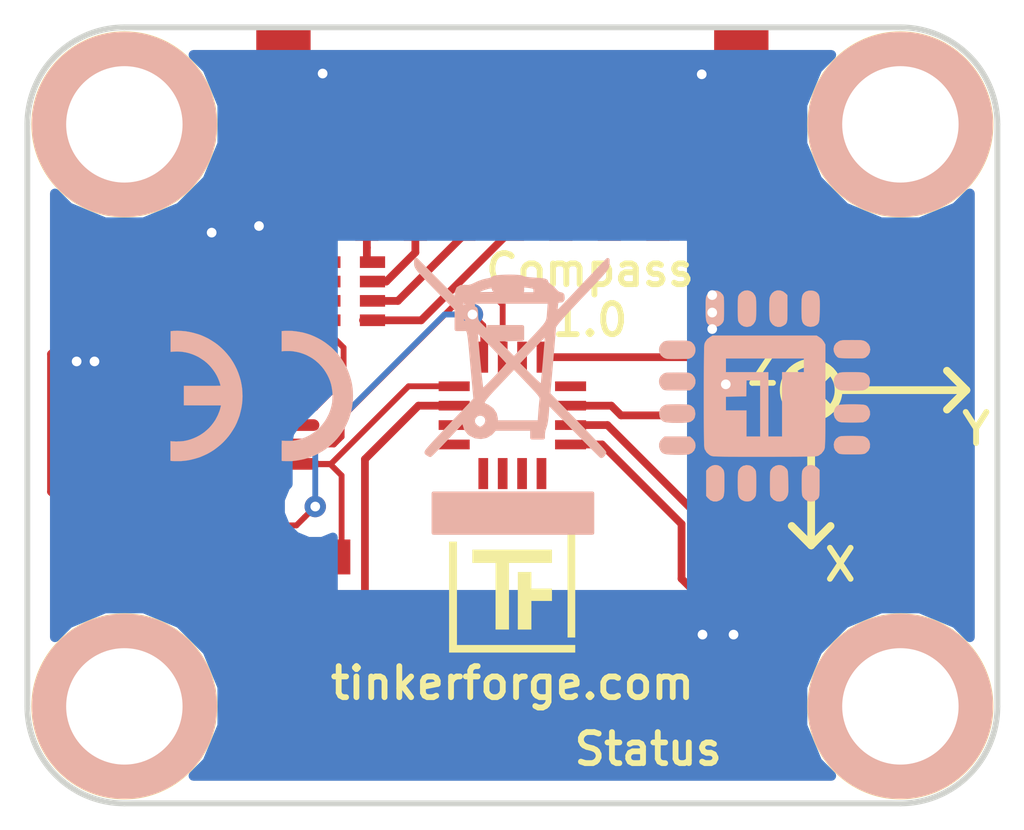
<source format=kicad_pcb>
(kicad_pcb (version 20171130) (host pcbnew 5.0.2-bee76a0~70~ubuntu18.04.1)

  (general
    (thickness 1.6)
    (drawings 23)
    (tracks 193)
    (zones 0)
    (modules 26)
    (nets 42)
  )

  (page A4)
  (title_block
    (title "Compass Bricklet 1.0")
    (date 2019-02-13)
    (rev 1.0)
    (company "Tinkerforge GmbH")
    (comment 1 "Licensed under CERN OHL v.1.1")
    (comment 2 "Copyright (©) 2019, T.Schneidermann <tim@tinkerforge.com>")
  )

  (layers
    (0 F.Cu signal)
    (31 B.Cu signal)
    (32 B.Adhes user)
    (33 F.Adhes user)
    (34 B.Paste user)
    (35 F.Paste user)
    (36 B.SilkS user)
    (37 F.SilkS user)
    (38 B.Mask user)
    (39 F.Mask user)
    (40 Dwgs.User user)
    (41 Cmts.User user)
    (42 Eco1.User user)
    (43 Eco2.User user)
    (44 Edge.Cuts user)
    (45 Margin user)
    (46 B.CrtYd user)
    (47 F.CrtYd user)
    (48 B.Fab user)
    (49 F.Fab user)
  )

  (setup
    (last_trace_width 0.25)
    (user_trace_width 0.1)
    (user_trace_width 0.15)
    (user_trace_width 0.2)
    (user_trace_width 0.25)
    (user_trace_width 0.3)
    (trace_clearance 0.15)
    (zone_clearance 0.508)
    (zone_45_only no)
    (trace_min 0.1)
    (segment_width 0.2)
    (edge_width 0.15)
    (via_size 0.8)
    (via_drill 0.4)
    (via_min_size 0.4)
    (via_min_drill 0.25)
    (user_via 0.55 0.25)
    (uvia_size 0.3)
    (uvia_drill 0.1)
    (uvias_allowed no)
    (uvia_min_size 0.2)
    (uvia_min_drill 0.1)
    (pcb_text_width 0.3)
    (pcb_text_size 1.5 1.5)
    (mod_edge_width 0.15)
    (mod_text_size 0.000001 0.000001)
    (mod_text_width 0.15)
    (pad_size 1.4 1.4)
    (pad_drill 0.6)
    (pad_to_mask_clearance 0)
    (solder_mask_min_width 0.25)
    (aux_axis_origin 0 0)
    (visible_elements FFFFFF7F)
    (pcbplotparams
      (layerselection 0x010fc_ffffffff)
      (usegerberextensions true)
      (usegerberattributes true)
      (usegerberadvancedattributes false)
      (creategerberjobfile false)
      (excludeedgelayer true)
      (linewidth 0.100000)
      (plotframeref false)
      (viasonmask false)
      (mode 1)
      (useauxorigin false)
      (hpglpennumber 1)
      (hpglpenspeed 20)
      (hpglpendiameter 15.000000)
      (psnegative false)
      (psa4output false)
      (plotreference true)
      (plotvalue true)
      (plotinvisibletext false)
      (padsonsilk false)
      (subtractmaskfromsilk false)
      (outputformat 1)
      (mirror false)
      (drillshape 0)
      (scaleselection 1)
      (outputdirectory "proto/"))
  )

  (net 0 "")
  (net 1 VCC)
  (net 2 GND)
  (net 3 "Net-(C3-Pad1)")
  (net 4 "Net-(D1-Pad2)")
  (net 5 "Net-(P1-Pad4)")
  (net 6 "Net-(P1-Pad5)")
  (net 7 "Net-(P1-Pad6)")
  (net 8 "Net-(P2-Pad1)")
  (net 9 "Net-(P3-Pad2)")
  (net 10 "Net-(R1-Pad1)")
  (net 11 S-MISO)
  (net 12 S-MOSI)
  (net 13 S-CLK)
  (net 14 S-CS)
  (net 15 SDA)
  (net 16 SCL)
  (net 17 INTERRUPT)
  (net 18 "Net-(C6-Pad1)")
  (net 19 "Net-(P1-Pad1)")
  (net 20 "Net-(RP2-Pad6)")
  (net 21 "Net-(RP2-Pad7)")
  (net 22 "Net-(U1-Pad2)")
  (net 23 "Net-(U1-Pad3)")
  (net 24 "Net-(U1-Pad5)")
  (net 25 "Net-(U1-Pad6)")
  (net 26 "Net-(U1-Pad8)")
  (net 27 "Net-(U1-Pad11)")
  (net 28 "Net-(U1-Pad12)")
  (net 29 "Net-(U1-Pad13)")
  (net 30 "Net-(U1-Pad14)")
  (net 31 "Net-(U1-Pad16)")
  (net 32 "Net-(U1-Pad18)")
  (net 33 "Net-(U1-Pad21)")
  (net 34 "Net-(U2-Pad3)")
  (net 35 "Net-(U2-Pad4)")
  (net 36 "Net-(U2-Pad5)")
  (net 37 "Net-(U2-Pad6)")
  (net 38 "Net-(U2-Pad7)")
  (net 39 "Net-(U2-Pad8)")
  (net 40 "Net-(U2-Pad12)")
  (net 41 "Net-(U2-Pad14)")

  (net_class Default "Dies ist die voreingestellte Netzklasse."
    (clearance 0.15)
    (trace_width 0.25)
    (via_dia 0.8)
    (via_drill 0.4)
    (uvia_dia 0.3)
    (uvia_drill 0.1)
    (add_net GND)
    (add_net INTERRUPT)
    (add_net "Net-(C3-Pad1)")
    (add_net "Net-(C6-Pad1)")
    (add_net "Net-(D1-Pad2)")
    (add_net "Net-(P1-Pad1)")
    (add_net "Net-(P1-Pad4)")
    (add_net "Net-(P1-Pad5)")
    (add_net "Net-(P1-Pad6)")
    (add_net "Net-(P2-Pad1)")
    (add_net "Net-(P3-Pad2)")
    (add_net "Net-(R1-Pad1)")
    (add_net "Net-(RP2-Pad6)")
    (add_net "Net-(RP2-Pad7)")
    (add_net "Net-(U1-Pad11)")
    (add_net "Net-(U1-Pad12)")
    (add_net "Net-(U1-Pad13)")
    (add_net "Net-(U1-Pad14)")
    (add_net "Net-(U1-Pad16)")
    (add_net "Net-(U1-Pad18)")
    (add_net "Net-(U1-Pad2)")
    (add_net "Net-(U1-Pad21)")
    (add_net "Net-(U1-Pad3)")
    (add_net "Net-(U1-Pad5)")
    (add_net "Net-(U1-Pad6)")
    (add_net "Net-(U1-Pad8)")
    (add_net "Net-(U2-Pad12)")
    (add_net "Net-(U2-Pad14)")
    (add_net "Net-(U2-Pad3)")
    (add_net "Net-(U2-Pad4)")
    (add_net "Net-(U2-Pad5)")
    (add_net "Net-(U2-Pad6)")
    (add_net "Net-(U2-Pad7)")
    (add_net "Net-(U2-Pad8)")
    (add_net S-CLK)
    (add_net S-CS)
    (add_net S-MISO)
    (add_net S-MOSI)
    (add_net SCL)
    (add_net SDA)
    (add_net VCC)
  )

  (module kicad-libraries:LGA16-3x3_Compass (layer F.Cu) (tedit 5CA5B97D) (tstamp 5CA5F44F)
    (at 170 97.5 90)
    (path /5C633EC1)
    (fp_text reference U2 (at 0 0.35 90) (layer F.Fab)
      (effects (font (size 0.2 0.2) (thickness 0.05)))
    )
    (fp_text value MMC5883MA (at -0.05 -0.45 90) (layer F.Fab)
      (effects (font (size 0.15 0.15) (thickness 0.0375)))
    )
    (fp_circle (center 1.23 -1.24) (end 1.33 -1.24) (layer F.Fab) (width 0.1))
    (fp_line (start -1.5 1.5) (end -1.5 -1.5) (layer F.Fab) (width 0.1))
    (fp_line (start 1.5 1.5) (end -1.5 1.5) (layer F.Fab) (width 0.1))
    (fp_line (start 1.5 -1.5) (end 1.5 1.5) (layer F.Fab) (width 0.1))
    (fp_line (start -1.5 -1.5) (end 1.5 -1.5) (layer F.Fab) (width 0.1))
    (pad 5 smd rect (at -1.5 -0.75 90) (size 0.8 0.25) (layers F.Cu F.Paste F.Mask)
      (net 36 "Net-(U2-Pad5)"))
    (pad 6 smd rect (at -1.5 -0.25 90) (size 0.8 0.25) (layers F.Cu F.Paste F.Mask)
      (net 37 "Net-(U2-Pad6)"))
    (pad 7 smd rect (at -1.5 0.25 90) (size 0.8 0.25) (layers F.Cu F.Paste F.Mask)
      (net 38 "Net-(U2-Pad7)"))
    (pad 8 smd rect (at -1.5 0.75 90) (size 0.8 0.25) (layers F.Cu F.Paste F.Mask)
      (net 39 "Net-(U2-Pad8)"))
    (pad 13 smd rect (at 1.5 0.75 90) (size 0.8 0.25) (layers F.Cu F.Paste F.Mask)
      (net 1 VCC))
    (pad 14 smd rect (at 1.5 0.25 90) (size 0.8 0.25) (layers F.Cu F.Paste F.Mask)
      (net 41 "Net-(U2-Pad14)"))
    (pad 15 smd rect (at 1.5 -0.25 90) (size 0.8 0.25) (layers F.Cu F.Paste F.Mask)
      (net 17 INTERRUPT))
    (pad 16 smd rect (at 1.5 -0.75 90) (size 0.8 0.25) (layers F.Cu F.Paste F.Mask)
      (net 15 SDA))
    (pad 12 smd rect (at 0.75 1.5 90) (size 0.25 0.8) (layers F.Cu F.Paste F.Mask)
      (net 40 "Net-(U2-Pad12)"))
    (pad 11 smd rect (at 0.25 1.5 90) (size 0.25 0.8) (layers F.Cu F.Paste F.Mask)
      (net 2 GND))
    (pad 10 smd rect (at -0.25 1.5 90) (size 0.25 0.8) (layers F.Cu F.Paste F.Mask)
      (net 18 "Net-(C6-Pad1)"))
    (pad 9 smd rect (at -0.75 1.5 90) (size 0.25 0.8) (layers F.Cu F.Paste F.Mask)
      (net 2 GND))
    (pad 1 smd rect (at 0.75 -1.5 90) (size 0.25 0.8) (layers F.Cu F.Paste F.Mask)
      (net 16 SCL))
    (pad 2 smd rect (at 0.25 -1.5 90) (size 0.25 0.8) (layers F.Cu F.Paste F.Mask)
      (net 1 VCC))
    (pad 3 smd rect (at -0.25 -1.5 90) (size 0.25 0.8) (layers F.Cu F.Paste F.Mask)
      (net 34 "Net-(U2-Pad3)"))
    (pad 4 smd rect (at -0.75 -1.5 90) (size 0.25 0.8) (layers F.Cu F.Paste F.Mask)
      (net 35 "Net-(U2-Pad4)"))
    (model Housings_LGA/LGA-16_3x3mm_Pitch0_5mm.wrl
      (at (xyz 0 0 0))
      (scale (xyz 1 1 1))
      (rotate (xyz 0 0 0))
    )
  )

  (module kicad-libraries:4X0603 (layer F.Cu) (tedit 590338BF) (tstamp 5C6415C3)
    (at 164.4 102 180)
    (path /5AABE82B)
    (fp_text reference RP2 (at -0.61 0 180) (layer F.Fab)
      (effects (font (size 0.29972 0.29972) (thickness 0.07493)))
    )
    (fp_text value 2k2 (at 1.01 -0.02 180) (layer F.Fab)
      (effects (font (size 0.29972 0.29972) (thickness 0.07493)))
    )
    (fp_line (start -1.6002 -0.8001) (end -1.6002 0.8001) (layer F.Fab) (width 0.01016))
    (fp_line (start -1.6002 0.8001) (end 1.6002 0.8001) (layer F.Fab) (width 0.01016))
    (fp_line (start 1.6002 0.8001) (end 1.6002 -0.8001) (layer F.Fab) (width 0.01016))
    (fp_line (start 1.6002 -0.8001) (end -1.6002 -0.8001) (layer F.Fab) (width 0.01016))
    (pad 1 smd rect (at -1.19888 -0.8509 180) (size 0.44958 0.89916) (layers F.Cu F.Paste F.Mask)
      (net 1 VCC))
    (pad 2 smd rect (at -0.39878 -0.8509 180) (size 0.44958 0.89916) (layers F.Cu F.Paste F.Mask)
      (net 1 VCC))
    (pad 3 smd rect (at 0.39878 -0.8509 180) (size 0.44958 0.89916) (layers F.Cu F.Paste F.Mask)
      (net 1 VCC))
    (pad 4 smd rect (at 1.19888 -0.8509 180) (size 0.44958 0.89916) (layers F.Cu F.Paste F.Mask)
      (net 1 VCC))
    (pad 5 smd rect (at 1.19888 0.8509 180) (size 0.44958 0.89916) (layers F.Cu F.Paste F.Mask)
      (net 15 SDA))
    (pad 6 smd rect (at 0.39878 0.8509 180) (size 0.44958 0.89916) (layers F.Cu F.Paste F.Mask)
      (net 20 "Net-(RP2-Pad6)"))
    (pad 7 smd rect (at -0.39878 0.8509 180) (size 0.44958 0.89916) (layers F.Cu F.Paste F.Mask)
      (net 21 "Net-(RP2-Pad7)"))
    (pad 8 smd rect (at -1.19888 0.8509 180) (size 0.44958 0.89916) (layers F.Cu F.Paste F.Mask)
      (net 16 SCL))
    (model Resistors_SMD/R_4x0603.wrl
      (at (xyz 0 0 0))
      (scale (xyz 1 1 1))
      (rotate (xyz 0 0 0))
    )
  )

  (module kicad-libraries:4X0402 (layer F.Cu) (tedit 590B1710) (tstamp 5C6415B3)
    (at 165.82 94.3 90)
    (path /5A858850)
    (attr smd)
    (fp_text reference RP1 (at -0.025 0.25 90) (layer F.Fab)
      (effects (font (size 0.2 0.2) (thickness 0.05)))
    )
    (fp_text value 82 (at -0.025 -0.45 90) (layer F.Fab)
      (effects (font (size 0.2 0.2) (thickness 0.05)))
    )
    (fp_line (start -1.04902 -0.89916) (end 1.04902 -0.89916) (layer F.Fab) (width 0.001))
    (fp_line (start 1.04902 -0.89916) (end 1.04902 0.89916) (layer F.Fab) (width 0.001))
    (fp_line (start -1.04902 0.89916) (end 1.04902 0.89916) (layer F.Fab) (width 0.001))
    (fp_line (start -1.04902 -0.89916) (end -1.04902 0.89916) (layer F.Fab) (width 0.001))
    (pad 1 smd rect (at -0.7493 0.575 270) (size 0.29972 0.65) (layers F.Cu F.Paste F.Mask)
      (net 5 "Net-(P1-Pad4)"))
    (pad 2 smd rect (at -0.24892 0.575 270) (size 0.29972 0.65) (layers F.Cu F.Paste F.Mask)
      (net 6 "Net-(P1-Pad5)"))
    (pad 3 smd rect (at 0.24892 0.575 270) (size 0.29972 0.65) (layers F.Cu F.Paste F.Mask)
      (net 7 "Net-(P1-Pad6)"))
    (pad 4 smd rect (at 0.7493 0.575 270) (size 0.29972 0.65) (layers F.Cu F.Paste F.Mask)
      (net 3 "Net-(C3-Pad1)"))
    (pad 5 smd rect (at 0.7493 -0.575 90) (size 0.29972 0.65) (layers F.Cu F.Paste F.Mask)
      (net 11 S-MISO))
    (pad 6 smd rect (at 0.24892 -0.575 90) (size 0.29972 0.65) (layers F.Cu F.Paste F.Mask)
      (net 12 S-MOSI))
    (pad 7 smd rect (at -0.24892 -0.575 90) (size 0.29972 0.65) (layers F.Cu F.Paste F.Mask)
      (net 13 S-CLK))
    (pad 8 smd rect (at -0.7493 -0.575 90) (size 0.29972 0.65) (layers F.Cu F.Paste F.Mask)
      (net 14 S-CS))
    (model Resistors_SMD/R_4x0402.wrl
      (at (xyz 0 0 0))
      (scale (xyz 1 1 1))
      (rotate (xyz 0 0 90))
    )
  )

  (module kicad-libraries:C0603F (layer F.Cu) (tedit 58F5DD02) (tstamp 5C641535)
    (at 159 97.5 90)
    (path /4C5FD6ED)
    (attr smd)
    (fp_text reference C1 (at 0.05 0.225 90) (layer F.Fab)
      (effects (font (size 0.2 0.2) (thickness 0.05)))
    )
    (fp_text value 100nF (at 0.05 -0.375 90) (layer F.Fab)
      (effects (font (size 0.2 0.2) (thickness 0.05)))
    )
    (fp_line (start -1.45034 -0.65024) (end 1.45034 -0.65024) (layer F.Fab) (width 0.001))
    (fp_line (start 1.45034 -0.65024) (end 1.45034 0.65024) (layer F.Fab) (width 0.001))
    (fp_line (start 1.45034 0.65024) (end -1.45034 0.65024) (layer F.Fab) (width 0.001))
    (fp_line (start -1.45034 0.65024) (end -1.45034 -0.65024) (layer F.Fab) (width 0.001))
    (pad 1 smd rect (at -0.75 0 90) (size 0.9 0.9) (layers F.Cu F.Paste F.Mask)
      (net 1 VCC))
    (pad 2 smd rect (at 0.75 0 90) (size 0.9 0.9) (layers F.Cu F.Paste F.Mask)
      (net 2 GND))
    (model Capacitors_SMD/C_0603.wrl
      (at (xyz 0 0 0))
      (scale (xyz 1 1 1))
      (rotate (xyz 0 0 0))
    )
  )

  (module kicad-libraries:C0603F (layer F.Cu) (tedit 58F5DD02) (tstamp 5C64153F)
    (at 175.5 98.3 270)
    (path /5C6471E1)
    (attr smd)
    (fp_text reference C2 (at 0 0.3 270) (layer F.Fab)
      (effects (font (size 0.2 0.2) (thickness 0.05)))
    )
    (fp_text value 1uF (at 0.05 -0.375 270) (layer F.Fab)
      (effects (font (size 0.2 0.2) (thickness 0.05)))
    )
    (fp_line (start -1.45034 -0.65024) (end 1.45034 -0.65024) (layer F.Fab) (width 0.001))
    (fp_line (start 1.45034 -0.65024) (end 1.45034 0.65024) (layer F.Fab) (width 0.001))
    (fp_line (start 1.45034 0.65024) (end -1.45034 0.65024) (layer F.Fab) (width 0.001))
    (fp_line (start -1.45034 0.65024) (end -1.45034 -0.65024) (layer F.Fab) (width 0.001))
    (pad 1 smd rect (at -0.75 0 270) (size 0.9 0.9) (layers F.Cu F.Paste F.Mask)
      (net 2 GND))
    (pad 2 smd rect (at 0.75 0 270) (size 0.9 0.9) (layers F.Cu F.Paste F.Mask)
      (net 1 VCC))
    (model Capacitors_SMD/C_0603.wrl
      (at (xyz 0 0 0))
      (scale (xyz 1 1 1))
      (rotate (xyz 0 0 0))
    )
  )

  (module kicad-libraries:C0402F (layer F.Cu) (tedit 5A0C5AF6) (tstamp 5C641B71)
    (at 164.6 92.6 180)
    (path /5A857E2E)
    (fp_text reference C3 (at 0.1 0.15 180) (layer F.Fab)
      (effects (font (size 0.2 0.2) (thickness 0.05)))
    )
    (fp_text value 220pF (at 0 -0.15 180) (layer F.Fab)
      (effects (font (size 0.2 0.2) (thickness 0.05)))
    )
    (fp_line (start -0.9 -0.45) (end 0.9 -0.45) (layer F.Fab) (width 0.025))
    (fp_line (start 0.9 -0.45) (end 0.9 0.45) (layer F.Fab) (width 0.025))
    (fp_line (start 0.9 0.45) (end -0.9 0.45) (layer F.Fab) (width 0.025))
    (fp_line (start -0.9 0.45) (end -0.9 -0.45) (layer F.Fab) (width 0.025))
    (pad 2 smd rect (at 0.5 0 180) (size 0.6 0.7) (layers F.Cu F.Paste F.Mask)
      (net 2 GND))
    (pad 1 smd rect (at -0.5 0 180) (size 0.6 0.7) (layers F.Cu F.Paste F.Mask)
      (net 3 "Net-(C3-Pad1)"))
    (model Capacitors_SMD/C_0402.wrl
      (at (xyz 0 0 0))
      (scale (xyz 1 1 1))
      (rotate (xyz 0 0 0))
    )
  )

  (module kicad-libraries:C0805 (layer F.Cu) (tedit 58F5DFFC) (tstamp 5CA631C0)
    (at 176.6 93.3 180)
    (path /5A8580CD)
    (attr smd)
    (fp_text reference C4 (at 0 0.3 180) (layer F.Fab)
      (effects (font (size 0.2 0.2) (thickness 0.05)))
    )
    (fp_text value 10uF (at 0 -0.2 180) (layer F.Fab)
      (effects (font (size 0.2 0.2) (thickness 0.05)))
    )
    (fp_line (start 1.651 -0.8001) (end -1.651 -0.8001) (layer F.Fab) (width 0.001))
    (fp_line (start 1.651 0.8001) (end 1.651 -0.8001) (layer F.Fab) (width 0.001))
    (fp_line (start -1.651 0.8001) (end 1.651 0.8001) (layer F.Fab) (width 0.001))
    (fp_line (start -1.651 -0.8001) (end -1.651 0.8001) (layer F.Fab) (width 0.001))
    (pad 2 smd rect (at 1.00076 0 180) (size 1.00076 1.24968) (layers F.Cu F.Paste F.Mask)
      (net 2 GND) (clearance 0.14986))
    (pad 1 smd rect (at -1.00076 0 180) (size 1.00076 1.24968) (layers F.Cu F.Paste F.Mask)
      (net 1 VCC) (clearance 0.14986))
    (model Capacitors_SMD/C_0805.wrl
      (at (xyz 0 0 0))
      (scale (xyz 1 1 1))
      (rotate (xyz 0 0 0))
    )
  )

  (module kicad-libraries:C0603F (layer F.Cu) (tedit 58F5DD02) (tstamp 5C64155D)
    (at 176.6 94.75 180)
    (path /5A858141)
    (attr smd)
    (fp_text reference C5 (at 0.05 0.225 180) (layer F.Fab)
      (effects (font (size 0.2 0.2) (thickness 0.05)))
    )
    (fp_text value 1uF (at 0.05 -0.375 180) (layer F.Fab)
      (effects (font (size 0.2 0.2) (thickness 0.05)))
    )
    (fp_line (start -1.45034 0.65024) (end -1.45034 -0.65024) (layer F.Fab) (width 0.001))
    (fp_line (start 1.45034 0.65024) (end -1.45034 0.65024) (layer F.Fab) (width 0.001))
    (fp_line (start 1.45034 -0.65024) (end 1.45034 0.65024) (layer F.Fab) (width 0.001))
    (fp_line (start -1.45034 -0.65024) (end 1.45034 -0.65024) (layer F.Fab) (width 0.001))
    (pad 2 smd rect (at 0.75 0 180) (size 0.9 0.9) (layers F.Cu F.Paste F.Mask)
      (net 2 GND))
    (pad 1 smd rect (at -0.75 0 180) (size 0.9 0.9) (layers F.Cu F.Paste F.Mask)
      (net 1 VCC))
    (model Capacitors_SMD/C_0603.wrl
      (at (xyz 0 0 0))
      (scale (xyz 1 1 1))
      (rotate (xyz 0 0 0))
    )
  )

  (module kicad-libraries:C0805 (layer F.Cu) (tedit 58F5DFFC) (tstamp 5C641567)
    (at 175.3 101.5 270)
    (path /5C63B458)
    (attr smd)
    (fp_text reference C6 (at 0 0.3 270) (layer F.Fab)
      (effects (font (size 0.2 0.2) (thickness 0.05)))
    )
    (fp_text value 10uF (at 0 -0.2 270) (layer F.Fab)
      (effects (font (size 0.2 0.2) (thickness 0.05)))
    )
    (fp_line (start -1.651 -0.8001) (end -1.651 0.8001) (layer F.Fab) (width 0.001))
    (fp_line (start -1.651 0.8001) (end 1.651 0.8001) (layer F.Fab) (width 0.001))
    (fp_line (start 1.651 0.8001) (end 1.651 -0.8001) (layer F.Fab) (width 0.001))
    (fp_line (start 1.651 -0.8001) (end -1.651 -0.8001) (layer F.Fab) (width 0.001))
    (pad 1 smd rect (at -1.00076 0 270) (size 1.00076 1.24968) (layers F.Cu F.Paste F.Mask)
      (net 18 "Net-(C6-Pad1)") (clearance 0.14986))
    (pad 2 smd rect (at 1.00076 0 270) (size 1.00076 1.24968) (layers F.Cu F.Paste F.Mask)
      (net 2 GND) (clearance 0.14986))
    (model Capacitors_SMD/C_0805.wrl
      (at (xyz 0 0 0))
      (scale (xyz 1 1 1))
      (rotate (xyz 0 0 0))
    )
  )

  (module kicad-libraries:D0603F (layer F.Cu) (tedit 5910237C) (tstamp 5C641578)
    (at 170 106.11 180)
    (path /5A85D073)
    (attr smd)
    (fp_text reference D1 (at -0.775 0.45 180) (layer F.Fab)
      (effects (font (size 0.2 0.2) (thickness 0.05)))
    )
    (fp_text value blue (at 0.75 0.45 180) (layer F.Fab)
      (effects (font (size 0.2 0.2) (thickness 0.05)))
    )
    (fp_line (start -0.75 -0.3) (end -0.75 0.3) (layer F.Fab) (width 0.05))
    (fp_line (start -1.05 0) (end -0.45 0) (layer F.Fab) (width 0.05))
    (fp_line (start 0.45 0) (end 1.05 0) (layer F.Fab) (width 0.05))
    (fp_line (start 0 -0.3) (end 0 0.3) (layer F.Fab) (width 0.05))
    (fp_line (start -0.3 -0.3) (end -0.3 0.3) (layer F.Fab) (width 0.05))
    (fp_line (start -0.3 0.3) (end 0 0) (layer F.Fab) (width 0.05))
    (fp_line (start 0 0) (end -0.3 -0.3) (layer F.Fab) (width 0.05))
    (fp_line (start -1.45034 -0.65024) (end 1.45034 -0.65024) (layer F.Fab) (width 0.001))
    (fp_line (start 1.45034 -0.65024) (end 1.45034 0.65024) (layer F.Fab) (width 0.001))
    (fp_line (start 1.45034 0.65024) (end -1.45034 0.65024) (layer F.Fab) (width 0.001))
    (fp_line (start -1.45034 0.65024) (end -1.45034 -0.65024) (layer F.Fab) (width 0.001))
    (pad 1 smd rect (at -0.75 0 180) (size 0.9 0.9) (layers F.Cu F.Paste F.Mask)
      (net 1 VCC))
    (pad 2 smd rect (at 0.75 0 180) (size 0.9 0.9) (layers F.Cu F.Paste F.Mask)
      (net 4 "Net-(D1-Pad2)"))
    (model LED_SMD/D_0603_blue.wrl
      (at (xyz 0 0 0))
      (scale (xyz 1 1 1))
      (rotate (xyz -90 0 0))
    )
  )

  (module kicad-libraries:CON-SENSOR2 (layer F.Cu) (tedit 59030BED) (tstamp 5C64158B)
    (at 170 87.5 180)
    (path /4C5FCF27)
    (fp_text reference P1 (at 0 -2.85 180) (layer F.Fab)
      (effects (font (size 0.3 0.3) (thickness 0.075)))
    )
    (fp_text value CON-SENSOR2 (at 0 -1.6002 180) (layer F.Fab)
      (effects (font (size 0.29972 0.29972) (thickness 0.07112)))
    )
    (fp_line (start -5 -0.25) (end -4.75 -0.75) (layer F.Fab) (width 0.05))
    (fp_line (start -4.75 -0.75) (end -4.5 -0.25) (layer F.Fab) (width 0.05))
    (fp_line (start -6 -0.25) (end 6 -0.25) (layer F.Fab) (width 0.05))
    (fp_line (start 6 -0.25) (end 6 -4.3) (layer F.Fab) (width 0.05))
    (fp_line (start 6 -4.3) (end -6 -4.3) (layer F.Fab) (width 0.05))
    (fp_line (start -6 -4.3) (end -6 -0.25) (layer F.Fab) (width 0.05))
    (pad 1 smd rect (at -3.75 -4.6 180) (size 0.6 1.8) (layers F.Cu F.Paste F.Mask)
      (net 19 "Net-(P1-Pad1)"))
    (pad 2 smd rect (at -2.5 -4.6 180) (size 0.6 1.8) (layers F.Cu F.Paste F.Mask)
      (net 2 GND))
    (pad EP smd rect (at -5.9 -1.2 180) (size 1.4 2.4) (layers F.Cu F.Paste F.Mask)
      (net 2 GND))
    (pad EP smd rect (at 5.9 -1.2 180) (size 1.4 2.4) (layers F.Cu F.Paste F.Mask)
      (net 2 GND))
    (pad 3 smd rect (at -1.25 -4.6 180) (size 0.6 1.8) (layers F.Cu F.Paste F.Mask)
      (net 1 VCC))
    (pad 4 smd rect (at 0 -4.6 180) (size 0.6 1.8) (layers F.Cu F.Paste F.Mask)
      (net 5 "Net-(P1-Pad4)"))
    (pad 5 smd rect (at 1.25 -4.6 180) (size 0.6 1.8) (layers F.Cu F.Paste F.Mask)
      (net 6 "Net-(P1-Pad5)"))
    (pad 6 smd rect (at 2.5 -4.6 180) (size 0.6 1.8) (layers F.Cu F.Paste F.Mask)
      (net 7 "Net-(P1-Pad6)"))
    (pad 7 smd rect (at 3.75 -4.6 180) (size 0.6 1.8) (layers F.Cu F.Paste F.Mask)
      (net 3 "Net-(C3-Pad1)"))
    (model Connectors_TF/BrickletConn_7pin.wrl
      (offset (xyz 0 2.539999961853027 0))
      (scale (xyz 1 1 1))
      (rotate (xyz 0 0 0))
    )
  )

  (module kicad-libraries:DEBUG_PAD (layer F.Cu) (tedit 590B3FBE) (tstamp 5C641590)
    (at 161.9 101.25)
    (path /5A85E12C)
    (fp_text reference P2 (at 0 0.175) (layer F.Fab)
      (effects (font (size 0.15 0.15) (thickness 0.0375)))
    )
    (fp_text value DEBUG (at 0 -0.15) (layer F.Fab)
      (effects (font (size 0.15 0.15) (thickness 0.0375)))
    )
    (pad 1 smd circle (at 0 0) (size 0.7 0.7) (layers F.Cu F.Paste F.Mask)
      (net 8 "Net-(P2-Pad1)"))
  )

  (module kicad-libraries:SolderJumper (layer F.Cu) (tedit 590B2DE4) (tstamp 5C641599)
    (at 162.25 93.7 270)
    (path /5A85D115)
    (fp_text reference P3 (at 0 0.35 270) (layer F.Fab)
      (effects (font (size 0.3 0.3) (thickness 0.0712)))
    )
    (fp_text value BOOT (at 0 -0.35 270) (layer F.Fab)
      (effects (font (size 0.3 0.3) (thickness 0.0712)))
    )
    (pad 2 smd rect (at 0.55 0 270) (size 0.3 1.4) (layers F.Cu F.Mask)
      (net 9 "Net-(P3-Pad2)"))
    (pad 2 smd rect (at 0.15 0 270) (size 0.6 0.5) (layers F.Cu F.Mask)
      (net 9 "Net-(P3-Pad2)"))
    (pad 1 smd rect (at -0.5 0 270) (size 0.4 1.4) (layers F.Cu F.Mask)
      (net 2 GND))
    (pad 1 smd rect (at -0.225 0.55 270) (size 0.95 0.3) (layers F.Cu F.Mask)
      (net 2 GND))
    (pad 1 smd rect (at -0.225 -0.55 270) (size 0.95 0.3) (layers F.Cu F.Mask)
      (net 2 GND))
  )

  (module kicad-libraries:R0603F (layer F.Cu) (tedit 58F5DD02) (tstamp 5C6415A3)
    (at 167.02 106.11)
    (path /5A85CFF4)
    (attr smd)
    (fp_text reference R1 (at 0.05 0.225) (layer F.Fab)
      (effects (font (size 0.2 0.2) (thickness 0.05)))
    )
    (fp_text value 1k (at 0.05 -0.375) (layer F.Fab)
      (effects (font (size 0.2 0.2) (thickness 0.05)))
    )
    (fp_line (start -1.45034 -0.65024) (end 1.45034 -0.65024) (layer F.Fab) (width 0.001))
    (fp_line (start 1.45034 -0.65024) (end 1.45034 0.65024) (layer F.Fab) (width 0.001))
    (fp_line (start 1.45034 0.65024) (end -1.45034 0.65024) (layer F.Fab) (width 0.001))
    (fp_line (start -1.45034 0.65024) (end -1.45034 -0.65024) (layer F.Fab) (width 0.001))
    (pad 1 smd rect (at -0.75 0) (size 0.9 0.9) (layers F.Cu F.Paste F.Mask)
      (net 10 "Net-(R1-Pad1)"))
    (pad 2 smd rect (at 0.75 0) (size 0.9 0.9) (layers F.Cu F.Paste F.Mask)
      (net 4 "Net-(D1-Pad2)"))
    (model Resistors_SMD/R_0603.wrl
      (at (xyz 0 0 0))
      (scale (xyz 1 1 1))
      (rotate (xyz 0 0 0))
    )
  )

  (module kicad-libraries:QFN24-4x4mm-0.5mm (layer F.Cu) (tedit 590CA070) (tstamp 5C6415E8)
    (at 162.5 97.5 270)
    (tags "QFN 24pin 0.5")
    (path /5A856B8E)
    (attr smd)
    (fp_text reference U1 (at 0 -0.4 270) (layer F.Fab)
      (effects (font (size 0.3 0.3) (thickness 0.075)))
    )
    (fp_text value XMC1300 (at 0 0.8 270) (layer F.Fab)
      (effects (font (size 0.3 0.3) (thickness 0.075)))
    )
    (fp_line (start -1 -2) (end 2 -2) (layer F.Fab) (width 0.15))
    (fp_line (start 2 -2) (end 2 2) (layer F.Fab) (width 0.15))
    (fp_line (start 2 2) (end -2 2) (layer F.Fab) (width 0.15))
    (fp_line (start -2 2) (end -2 -1) (layer F.Fab) (width 0.15))
    (fp_line (start -2 -1) (end -1 -2) (layer F.Fab) (width 0.15))
    (pad 1 smd oval (at -2.025 -1.25 270) (size 1 0.3) (layers F.Cu F.Paste F.Mask)
      (net 11 S-MISO))
    (pad 2 smd oval (at -2.025 -0.75 270) (size 1 0.3) (layers F.Cu F.Paste F.Mask)
      (net 22 "Net-(U1-Pad2)"))
    (pad 3 smd oval (at -2.025 -0.25 270) (size 1 0.3) (layers F.Cu F.Paste F.Mask)
      (net 23 "Net-(U1-Pad3)"))
    (pad 4 smd oval (at -2.025 0.25 270) (size 1 0.3) (layers F.Cu F.Paste F.Mask)
      (net 9 "Net-(P3-Pad2)"))
    (pad 5 smd oval (at -2.025 0.75 270) (size 1 0.3) (layers F.Cu F.Paste F.Mask)
      (net 24 "Net-(U1-Pad5)"))
    (pad 6 smd oval (at -2.025 1.25 270) (size 1 0.3) (layers F.Cu F.Paste F.Mask)
      (net 25 "Net-(U1-Pad6)"))
    (pad 7 smd oval (at -1.25 2.025) (size 1 0.3) (layers F.Cu F.Paste F.Mask)
      (net 10 "Net-(R1-Pad1)"))
    (pad 8 smd oval (at -0.75 2.025) (size 1 0.3) (layers F.Cu F.Paste F.Mask)
      (net 26 "Net-(U1-Pad8)"))
    (pad 9 smd oval (at -0.25 2.025) (size 1 0.3) (layers F.Cu F.Paste F.Mask)
      (net 2 GND))
    (pad 10 smd oval (at 0.25 2.025) (size 1 0.3) (layers F.Cu F.Paste F.Mask)
      (net 1 VCC))
    (pad 11 smd oval (at 0.75 2.025) (size 1 0.3) (layers F.Cu F.Paste F.Mask)
      (net 27 "Net-(U1-Pad11)"))
    (pad 12 smd oval (at 1.25 2.025) (size 1 0.3) (layers F.Cu F.Paste F.Mask)
      (net 28 "Net-(U1-Pad12)"))
    (pad 13 smd oval (at 2.025 1.25 270) (size 1 0.3) (layers F.Cu F.Paste F.Mask)
      (net 29 "Net-(U1-Pad13)"))
    (pad 14 smd oval (at 2.025 0.75 270) (size 1 0.3) (layers F.Cu F.Paste F.Mask)
      (net 30 "Net-(U1-Pad14)"))
    (pad 15 smd oval (at 2.025 0.25 270) (size 1 0.3) (layers F.Cu F.Paste F.Mask)
      (net 8 "Net-(P2-Pad1)"))
    (pad 16 smd oval (at 2.025 -0.25 270) (size 1 0.3) (layers F.Cu F.Paste F.Mask)
      (net 31 "Net-(U1-Pad16)"))
    (pad 17 smd oval (at 2.025 -0.75 270) (size 1 0.3) (layers F.Cu F.Paste F.Mask)
      (net 15 SDA))
    (pad 18 smd oval (at 2.025 -1.25 270) (size 1 0.3) (layers F.Cu F.Paste F.Mask)
      (net 32 "Net-(U1-Pad18)"))
    (pad 19 smd oval (at 1.25 -2.025) (size 1 0.3) (layers F.Cu F.Paste F.Mask)
      (net 16 SCL))
    (pad 20 smd oval (at 0.75 -2.025) (size 1 0.3) (layers F.Cu F.Paste F.Mask)
      (net 17 INTERRUPT))
    (pad 21 smd oval (at 0.25 -2.025) (size 1 0.3) (layers F.Cu F.Paste F.Mask)
      (net 33 "Net-(U1-Pad21)"))
    (pad 22 smd oval (at -0.25 -2.025) (size 1 0.3) (layers F.Cu F.Paste F.Mask)
      (net 14 S-CS))
    (pad 23 smd oval (at -0.75 -2.025) (size 1 0.3) (layers F.Cu F.Paste F.Mask)
      (net 13 S-CLK))
    (pad 24 smd oval (at -1.25 -2.025) (size 1 0.3) (layers F.Cu F.Paste F.Mask)
      (net 12 S-MOSI))
    (pad EXP smd rect (at 0.65 0.65 270) (size 1.3 1.3) (layers F.Cu F.Paste F.Mask)
      (net 2 GND) (solder_paste_margin_ratio -0.2))
    (pad EXP smd rect (at 0.65 -0.65 270) (size 1.3 1.3) (layers F.Cu F.Paste F.Mask)
      (net 2 GND) (solder_paste_margin_ratio -0.2))
    (pad EXP smd rect (at -0.65 0.65 270) (size 1.3 1.3) (layers F.Cu F.Paste F.Mask)
      (net 2 GND) (solder_paste_margin_ratio -0.2))
    (pad EXP smd rect (at -0.65 -0.65 270) (size 1.3 1.3) (layers F.Cu F.Paste F.Mask)
      (net 2 GND) (solder_paste_margin_ratio -0.2))
    (model Housings_DFN_QFN/QFN-24_4x4mm_Pitch0.5mm.wrl
      (at (xyz 0 0 0))
      (scale (xyz 1 1 1))
      (rotate (xyz 90 180 180))
    )
  )

  (module kicad-libraries:DRILL_NP (layer F.Cu) (tedit 530C7871) (tstamp 5C64160F)
    (at 160 90)
    (path /4C6050A5)
    (fp_text reference U3 (at 0 0) (layer F.SilkS) hide
      (effects (font (size 0.29972 0.29972) (thickness 0.0762)))
    )
    (fp_text value DRILL (at 0 0.50038) (layer F.SilkS) hide
      (effects (font (size 0.29972 0.29972) (thickness 0.0762)))
    )
    (fp_circle (center 0 0) (end 2.19964 0) (layer B.SilkS) (width 0.381))
    (fp_circle (center 0 0) (end 1.89992 0) (layer B.SilkS) (width 0.381))
    (fp_circle (center 0 0) (end 1.69926 0) (layer B.SilkS) (width 0.381))
    (fp_circle (center 0 0) (end 1.39954 0) (layer F.SilkS) (width 0.381))
    (fp_circle (center 0 0) (end 1.39954 -0.09906) (layer B.SilkS) (width 0.381))
    (fp_circle (center 0 0) (end 1.69926 0) (layer F.SilkS) (width 0.381))
    (fp_circle (center 0 0) (end 1.99898 -0.20066) (layer F.SilkS) (width 0.381))
    (fp_circle (center 0 0) (end 2.19964 -0.20066) (layer F.SilkS) (width 0.381))
    (fp_circle (center 0 0) (end 3.2 0) (layer Eco2.User) (width 0.01))
    (pad "" np_thru_hole circle (at 0 0) (size 2.99974 2.99974) (drill 2.99974) (layers *.Cu *.Mask F.SilkS)
      (clearance 0.89916))
  )

  (module kicad-libraries:DRILL_NP (layer F.Cu) (tedit 530C7871) (tstamp 5C64161D)
    (at 180 90)
    (path /4C6050A2)
    (fp_text reference U4 (at 0 0) (layer F.SilkS) hide
      (effects (font (size 0.29972 0.29972) (thickness 0.0762)))
    )
    (fp_text value DRILL (at 0 0.50038) (layer F.SilkS) hide
      (effects (font (size 0.29972 0.29972) (thickness 0.0762)))
    )
    (fp_circle (center 0 0) (end 3.2 0) (layer Eco2.User) (width 0.01))
    (fp_circle (center 0 0) (end 2.19964 -0.20066) (layer F.SilkS) (width 0.381))
    (fp_circle (center 0 0) (end 1.99898 -0.20066) (layer F.SilkS) (width 0.381))
    (fp_circle (center 0 0) (end 1.69926 0) (layer F.SilkS) (width 0.381))
    (fp_circle (center 0 0) (end 1.39954 -0.09906) (layer B.SilkS) (width 0.381))
    (fp_circle (center 0 0) (end 1.39954 0) (layer F.SilkS) (width 0.381))
    (fp_circle (center 0 0) (end 1.69926 0) (layer B.SilkS) (width 0.381))
    (fp_circle (center 0 0) (end 1.89992 0) (layer B.SilkS) (width 0.381))
    (fp_circle (center 0 0) (end 2.19964 0) (layer B.SilkS) (width 0.381))
    (pad "" np_thru_hole circle (at 0 0) (size 2.99974 2.99974) (drill 2.99974) (layers *.Cu *.Mask F.SilkS)
      (clearance 0.89916))
  )

  (module kicad-libraries:DRILL_NP (layer F.Cu) (tedit 530C7871) (tstamp 5C64162B)
    (at 160 105)
    (path /4C605099)
    (fp_text reference U5 (at 0 0) (layer F.SilkS) hide
      (effects (font (size 0.29972 0.29972) (thickness 0.0762)))
    )
    (fp_text value DRILL (at 0 0.50038) (layer F.SilkS) hide
      (effects (font (size 0.29972 0.29972) (thickness 0.0762)))
    )
    (fp_circle (center 0 0) (end 3.2 0) (layer Eco2.User) (width 0.01))
    (fp_circle (center 0 0) (end 2.19964 -0.20066) (layer F.SilkS) (width 0.381))
    (fp_circle (center 0 0) (end 1.99898 -0.20066) (layer F.SilkS) (width 0.381))
    (fp_circle (center 0 0) (end 1.69926 0) (layer F.SilkS) (width 0.381))
    (fp_circle (center 0 0) (end 1.39954 -0.09906) (layer B.SilkS) (width 0.381))
    (fp_circle (center 0 0) (end 1.39954 0) (layer F.SilkS) (width 0.381))
    (fp_circle (center 0 0) (end 1.69926 0) (layer B.SilkS) (width 0.381))
    (fp_circle (center 0 0) (end 1.89992 0) (layer B.SilkS) (width 0.381))
    (fp_circle (center 0 0) (end 2.19964 0) (layer B.SilkS) (width 0.381))
    (pad "" np_thru_hole circle (at 0 0) (size 2.99974 2.99974) (drill 2.99974) (layers *.Cu *.Mask F.SilkS)
      (clearance 0.89916))
  )

  (module kicad-libraries:DRILL_NP (layer F.Cu) (tedit 530C7871) (tstamp 5C641639)
    (at 180 105)
    (path /4C60509F)
    (fp_text reference U6 (at 0 0) (layer F.SilkS) hide
      (effects (font (size 0.29972 0.29972) (thickness 0.0762)))
    )
    (fp_text value DRILL (at 0 0.50038) (layer F.SilkS) hide
      (effects (font (size 0.29972 0.29972) (thickness 0.0762)))
    )
    (fp_circle (center 0 0) (end 2.19964 0) (layer B.SilkS) (width 0.381))
    (fp_circle (center 0 0) (end 1.89992 0) (layer B.SilkS) (width 0.381))
    (fp_circle (center 0 0) (end 1.69926 0) (layer B.SilkS) (width 0.381))
    (fp_circle (center 0 0) (end 1.39954 0) (layer F.SilkS) (width 0.381))
    (fp_circle (center 0 0) (end 1.39954 -0.09906) (layer B.SilkS) (width 0.381))
    (fp_circle (center 0 0) (end 1.69926 0) (layer F.SilkS) (width 0.381))
    (fp_circle (center 0 0) (end 1.99898 -0.20066) (layer F.SilkS) (width 0.381))
    (fp_circle (center 0 0) (end 2.19964 -0.20066) (layer F.SilkS) (width 0.381))
    (fp_circle (center 0 0) (end 3.2 0) (layer Eco2.User) (width 0.01))
    (pad "" np_thru_hole circle (at 0 0) (size 2.99974 2.99974) (drill 2.99974) (layers *.Cu *.Mask F.SilkS)
      (clearance 0.89916))
  )

  (module kicad-libraries:Fiducial_Mark (layer F.Cu) (tedit 560531B0) (tstamp 5C645342)
    (at 160 94)
    (attr smd)
    (fp_text reference Fiducial_Mark (at 0 0) (layer F.SilkS) hide
      (effects (font (size 0.127 0.127) (thickness 0.03302)))
    )
    (fp_text value VAL** (at 0 -0.29972) (layer F.SilkS) hide
      (effects (font (size 0.127 0.127) (thickness 0.03302)))
    )
    (fp_circle (center 0 0) (end 1.15062 0) (layer Dwgs.User) (width 0.01016))
    (pad 1 smd circle (at 0 0) (size 1.00076 1.00076) (layers F.Cu F.Paste F.Mask)
      (clearance 0.65024))
  )

  (module kicad-libraries:Fiducial_Mark (layer F.Cu) (tedit 560531B0) (tstamp 5C645382)
    (at 180 94)
    (attr smd)
    (fp_text reference Fiducial_Mark (at 0 0) (layer F.SilkS) hide
      (effects (font (size 0.127 0.127) (thickness 0.03302)))
    )
    (fp_text value VAL** (at 0 -0.29972) (layer F.SilkS) hide
      (effects (font (size 0.127 0.127) (thickness 0.03302)))
    )
    (fp_circle (center 0 0) (end 1.15062 0) (layer Dwgs.User) (width 0.01016))
    (pad 1 smd circle (at 0 0) (size 1.00076 1.00076) (layers F.Cu F.Paste F.Mask)
      (clearance 0.65024))
  )

  (module kicad-libraries:Fiducial_Mark (layer F.Cu) (tedit 560531B0) (tstamp 5C64667F)
    (at 180 101)
    (attr smd)
    (fp_text reference Fiducial_Mark (at 0 0) (layer F.SilkS) hide
      (effects (font (size 0.127 0.127) (thickness 0.03302)))
    )
    (fp_text value VAL** (at 0 -0.29972) (layer F.SilkS) hide
      (effects (font (size 0.127 0.127) (thickness 0.03302)))
    )
    (fp_circle (center 0 0) (end 1.15062 0) (layer Dwgs.User) (width 0.01016))
    (pad 1 smd circle (at 0 0) (size 1.00076 1.00076) (layers F.Cu F.Paste F.Mask)
      (clearance 0.65024))
  )

  (module kicad-libraries:WEEE_7mm (layer B.Cu) (tedit 5922FFAE) (tstamp 5C645398)
    (at 170 97 180)
    (fp_text reference VAL (at 0 0 180) (layer B.SilkS) hide
      (effects (font (size 0.2 0.2) (thickness 0.05)) (justify mirror))
    )
    (fp_text value WEEE_7mm (at 0.75 0 180) (layer B.SilkS) hide
      (effects (font (size 0.2 0.2) (thickness 0.05)) (justify mirror))
    )
    (fp_poly (pts (xy 2.482863 3.409859) (xy 2.480804 3.376179) (xy 2.471206 3.341837) (xy 2.44964 3.301407)
      (xy 2.411675 3.249463) (xy 2.352883 3.180577) (xy 2.268835 3.089322) (xy 2.155101 2.970274)
      (xy 2.007251 2.818004) (xy 1.961444 2.771041) (xy 1.439333 2.23603) (xy 1.439333 1.978793)
      (xy 1.439333 1.721555) (xy 1.298222 1.721555) (xy 1.298222 1.994947) (xy 1.298222 2.099005)
      (xy 1.213555 2.017889) (xy 1.160676 1.962169) (xy 1.131131 1.921219) (xy 1.128889 1.913831)
      (xy 1.153434 1.897717) (xy 1.212566 1.89089) (xy 1.213555 1.890889) (xy 1.269418 1.895963)
      (xy 1.29309 1.922356) (xy 1.298206 1.986828) (xy 1.298222 1.994947) (xy 1.298222 1.721555)
      (xy 1.28539 1.721555) (xy 1.241376 1.723224) (xy 1.205837 1.724651) (xy 1.177386 1.720468)
      (xy 1.154636 1.705309) (xy 1.136199 1.673804) (xy 1.120687 1.620585) (xy 1.106713 1.540286)
      (xy 1.092889 1.427539) (xy 1.077827 1.276974) (xy 1.060141 1.083225) (xy 1.038443 0.840924)
      (xy 1.028031 0.725936) (xy 1.016 0.593851) (xy 1.016 2.342444) (xy 1.016 2.427111)
      (xy 0.964919 2.427111) (xy 0.964919 2.654131) (xy 0.96044 2.665934) (xy 0.910629 2.701752)
      (xy 0.825292 2.742703) (xy 0.723934 2.781372) (xy 0.626061 2.810345) (xy 0.551179 2.822208)
      (xy 0.549274 2.822222) (xy 0.494484 2.808563) (xy 0.479778 2.765778) (xy 0.476666 2.742735)
      (xy 0.461334 2.726991) (xy 0.424786 2.717163) (xy 0.358027 2.711867) (xy 0.252063 2.709719)
      (xy 0.239909 2.709686) (xy 0.239909 2.892647) (xy 0.233665 2.897338) (xy 0.218722 2.899226)
      (xy 0.112749 2.903792) (xy 0.007055 2.899226) (xy -0.017767 2.894178) (xy 0.007962 2.890336)
      (xy 0.078354 2.888317) (xy 0.112889 2.888155) (xy 0.197687 2.889381) (xy 0.239909 2.892647)
      (xy 0.239909 2.709686) (xy 0.112889 2.709333) (xy -0.254 2.709333) (xy -0.254 2.782537)
      (xy -0.256796 2.824575) (xy -0.274517 2.843911) (xy -0.321168 2.845575) (xy -0.402167 2.835755)
      (xy -0.502773 2.820747) (xy -0.559752 2.80431) (xy -0.585498 2.778111) (xy -0.592403 2.733815)
      (xy -0.592667 2.707668) (xy -0.592667 2.624667) (xy 0.201011 2.624667) (xy 0.434757 2.624964)
      (xy 0.617649 2.62606) (xy 0.755277 2.628256) (xy 0.853229 2.631858) (xy 0.917094 2.637169)
      (xy 0.952461 2.644492) (xy 0.964919 2.654131) (xy 0.964919 2.427111) (xy 0.026103 2.427111)
      (xy -0.874889 2.427111) (xy -0.874889 2.652889) (xy -0.884518 2.680377) (xy -0.887335 2.681111)
      (xy -0.91143 2.661335) (xy -0.917222 2.652889) (xy -0.914985 2.626883) (xy -0.904777 2.624667)
      (xy -0.876038 2.645153) (xy -0.874889 2.652889) (xy -0.874889 2.427111) (xy -0.963793 2.427111)
      (xy -0.943537 2.166055) (xy -0.938094 2.087369) (xy -0.932714 2.024235) (xy -0.92321 1.970393)
      (xy -0.905395 1.919583) (xy -0.875081 1.865545) (xy -0.828081 1.802019) (xy -0.760208 1.722746)
      (xy -0.667273 1.621464) (xy -0.54509 1.491915) (xy -0.389471 1.327837) (xy -0.366889 1.303985)
      (xy -0.042333 0.961041) (xy 0.205281 1.207243) (xy 0.452896 1.453444) (xy 0.099448 1.461343)
      (xy -0.254 1.469242) (xy -0.254 1.623621) (xy -0.254 1.778) (xy 0.183444 1.778)
      (xy 0.620889 1.778) (xy 0.620889 1.701353) (xy 0.622969 1.664993) (xy 0.634687 1.65375)
      (xy 0.664256 1.671682) (xy 0.719893 1.722845) (xy 0.776111 1.778) (xy 0.854414 1.857186)
      (xy 0.900636 1.914327) (xy 0.92323 1.966659) (xy 0.930646 2.031417) (xy 0.931333 2.094536)
      (xy 0.934803 2.190842) (xy 0.947055 2.241675) (xy 0.97085 2.257681) (xy 0.973667 2.257778)
      (xy 1.007275 2.28302) (xy 1.016 2.342444) (xy 1.016 0.593851) (xy 0.954054 -0.086239)
      (xy 1.34486 -0.498024) (xy 1.555216 -0.719617) (xy 1.729916 -0.903769) (xy 1.872041 -1.054091)
      (xy 1.984676 -1.174196) (xy 2.070901 -1.267694) (xy 2.133801 -1.338196) (xy 2.176457 -1.389314)
      (xy 2.201952 -1.424658) (xy 2.21337 -1.447841) (xy 2.213792 -1.462473) (xy 2.206301 -1.472165)
      (xy 2.19398 -1.480529) (xy 2.187398 -1.485028) (xy 2.139541 -1.515553) (xy 2.118022 -1.524)
      (xy 2.094879 -1.504317) (xy 2.039069 -1.449218) (xy 1.956356 -1.364626) (xy 1.852504 -1.256463)
      (xy 1.733278 -1.130652) (xy 1.678916 -1.072812) (xy 1.255889 -0.621625) (xy 1.239947 -0.712979)
      (xy 1.197516 -0.849251) (xy 1.119827 -0.950313) (xy 1.079557 -0.982306) (xy 1.017977 -1.011638)
      (xy 1.017977 -0.632978) (xy 0.995676 -0.556992) (xy 0.945013 -0.49721) (xy 0.945013 1.715394)
      (xy 0.94482 1.716067) (xy 0.923395 1.700567) (xy 0.870211 1.651048) (xy 0.792165 1.57462)
      (xy 0.696154 1.478392) (xy 0.589075 1.369476) (xy 0.477826 1.254981) (xy 0.369303 1.142017)
      (xy 0.270405 1.037695) (xy 0.188029 0.949124) (xy 0.129071 0.883415) (xy 0.100429 0.847678)
      (xy 0.098778 0.843916) (xy 0.117043 0.81413) (xy 0.166773 0.753937) (xy 0.240369 0.67125)
      (xy 0.330231 0.573984) (xy 0.42876 0.470051) (xy 0.528358 0.367365) (xy 0.621424 0.273839)
      (xy 0.70036 0.197387) (xy 0.757566 0.145921) (xy 0.785443 0.127355) (xy 0.786505 0.12776)
      (xy 0.793707 0.159396) (xy 0.805121 0.239895) (xy 0.819901 0.361901) (xy 0.837205 0.51806)
      (xy 0.856186 0.701015) (xy 0.876002 0.903411) (xy 0.878183 0.926402) (xy 0.897143 1.129855)
      (xy 0.913788 1.314176) (xy 0.927509 1.472128) (xy 0.937694 1.596473) (xy 0.943732 1.679974)
      (xy 0.945013 1.715394) (xy 0.945013 -0.49721) (xy 0.944024 -0.496043) (xy 0.871243 -0.460602)
      (xy 0.785555 -0.461141) (xy 0.764432 -0.470982) (xy 0.764432 -0.168896) (xy 0.745079 -0.120107)
      (xy 0.697438 -0.051745) (xy 0.618576 0.041481) (xy 0.505557 0.164861) (xy 0.374559 0.303585)
      (xy -0.041854 0.741711) (xy -0.132242 0.647751) (xy -0.132242 0.841738) (xy -0.508984 1.238599)
      (xy -0.625421 1.36067) (xy -0.727784 1.466874) (xy -0.810087 1.55109) (xy -0.866341 1.607198)
      (xy -0.89056 1.629078) (xy -0.891025 1.629119) (xy -0.890844 1.599805) (xy -0.886195 1.523686)
      (xy -0.877886 1.410152) (xy -0.866727 1.268597) (xy -0.853528 1.108412) (xy -0.839099 0.938988)
      (xy -0.824249 0.769717) (xy -0.809789 0.60999) (xy -0.796527 0.4692) (xy -0.785274 0.356738)
      (xy -0.776839 0.281995) (xy -0.772591 0.25543) (xy -0.74805 0.256656) (xy -0.687291 0.300651)
      (xy -0.590212 0.387499) (xy -0.456711 0.517286) (xy -0.445848 0.528132) (xy -0.132242 0.841738)
      (xy -0.132242 0.647751) (xy -0.403136 0.366149) (xy -0.532757 0.230252) (xy -0.62722 0.127772)
      (xy -0.691435 0.052372) (xy -0.730313 -0.002286) (xy -0.748765 -0.04254) (xy -0.751699 -0.074729)
      (xy -0.750572 -0.082317) (xy -0.742402 -0.14269) (xy -0.732359 -0.241951) (xy -0.722136 -0.362656)
      (xy -0.718145 -0.416278) (xy -0.699563 -0.677333) (xy -0.138115 -0.677333) (xy 0.423333 -0.677333)
      (xy 0.423333 -0.584835) (xy 0.449981 -0.463491) (xy 0.523642 -0.355175) (xy 0.63489 -0.272054)
      (xy 0.682126 -0.250719) (xy 0.73002 -0.228911) (xy 0.758434 -0.2034) (xy 0.764432 -0.168896)
      (xy 0.764432 -0.470982) (xy 0.711835 -0.495489) (xy 0.659024 -0.562819) (xy 0.647539 -0.649049)
      (xy 0.676635 -0.735445) (xy 0.723473 -0.788174) (xy 0.784468 -0.828555) (xy 0.830825 -0.846601)
      (xy 0.832555 -0.846667) (xy 0.877213 -0.830394) (xy 0.938072 -0.790949) (xy 0.941638 -0.788174)
      (xy 1.002705 -0.713529) (xy 1.017977 -0.632978) (xy 1.017977 -1.011638) (xy 0.949842 -1.044093)
      (xy 0.810166 -1.060981) (xy 0.675259 -1.034339) (xy 0.559855 -0.965538) (xy 0.525993 -0.9308)
      (xy 0.455199 -0.846667) (xy -0.0264 -0.846667) (xy -0.508 -0.846667) (xy -0.508 -0.959556)
      (xy -0.508 -1.072445) (xy -0.649111 -1.072445) (xy -0.790222 -1.072445) (xy -0.790222 -0.975954)
      (xy -0.803072 -0.881747) (xy -0.831861 -0.799565) (xy -0.85235 -0.735143) (xy -0.871496 -0.630455)
      (xy -0.886633 -0.501661) (xy -0.8916 -0.437445) (xy -0.909702 -0.155222) (xy -1.596125 -0.853722)
      (xy -1.756866 -1.017004) (xy -1.904817 -1.166738) (xy -2.035402 -1.29834) (xy -2.144049 -1.407222)
      (xy -2.226183 -1.4888) (xy -2.277232 -1.538486) (xy -2.292741 -1.552222) (xy -2.318618 -1.535182)
      (xy -2.3368 -1.518356) (xy -2.366614 -1.474736) (xy -2.370667 -1.458297) (xy -2.351653 -1.432751)
      (xy -2.297528 -1.371534) (xy -2.212667 -1.27931) (xy -2.101445 -1.160741) (xy -1.968236 -1.020491)
      (xy -1.817416 -0.863223) (xy -1.653359 -0.693601) (xy -1.649999 -0.690141) (xy -0.929331 0.051823)
      (xy -1.000888 0.874398) (xy -1.019193 1.08713) (xy -1.035769 1.284177) (xy -1.049992 1.457782)
      (xy -1.061239 1.600189) (xy -1.068889 1.70364) (xy -1.072318 1.760379) (xy -1.072445 1.765937)
      (xy -1.083169 1.796856) (xy -1.117145 1.848518) (xy -1.177081 1.924038) (xy -1.265681 2.026535)
      (xy -1.385653 2.159123) (xy -1.539703 2.324921) (xy -1.730537 2.527044) (xy -1.763174 2.561396)
      (xy -1.94576 2.753708) (xy -2.093058 2.909847) (xy -2.208848 3.034377) (xy -2.296909 3.131865)
      (xy -2.361021 3.206878) (xy -2.404962 3.263981) (xy -2.432513 3.30774) (xy -2.447452 3.342721)
      (xy -2.453559 3.373491) (xy -2.454619 3.396775) (xy -2.455333 3.505661) (xy -2.136329 3.170998)
      (xy -2.000627 3.028421) (xy -1.842494 2.861938) (xy -1.678217 2.688716) (xy -1.524082 2.52592)
      (xy -1.466152 2.46464) (xy -1.354055 2.346541) (xy -1.256193 2.244484) (xy -1.178749 2.164831)
      (xy -1.127907 2.113947) (xy -1.109886 2.09804) (xy -1.109577 2.126426) (xy -1.113821 2.195386)
      (xy -1.12076 2.279234) (xy -1.130834 2.37523) (xy -1.143684 2.427922) (xy -1.166434 2.45028)
      (xy -1.206208 2.455276) (xy -1.217475 2.455333) (xy -1.274769 2.462802) (xy -1.295863 2.497097)
      (xy -1.298222 2.54) (xy -1.290268 2.600887) (xy -1.25796 2.622991) (xy -1.232974 2.624667)
      (xy -1.165809 2.649307) (xy -1.106569 2.707387) (xy -1.038059 2.780849) (xy -0.96015 2.840472)
      (xy -0.90268 2.886543) (xy -0.87527 2.932359) (xy -0.874889 2.936944) (xy -0.866717 2.958171)
      (xy -0.836053 2.973488) (xy -0.773676 2.98482) (xy -0.670366 2.994091) (xy -0.571902 3.000209)
      (xy -0.444753 3.009947) (xy -0.342774 3.022633) (xy -0.277341 3.036575) (xy -0.259106 3.046795)
      (xy -0.227621 3.061127) (xy -0.152899 3.071083) (xy -0.047962 3.076818) (xy 0.074164 3.078489)
      (xy 0.200456 3.076251) (xy 0.31789 3.07026) (xy 0.41344 3.060673) (xy 0.474084 3.047645)
      (xy 0.488466 3.037844) (xy 0.523084 3.012128) (xy 0.59531 2.989452) (xy 0.645346 2.980608)
      (xy 0.752526 2.955733) (xy 0.873538 2.912358) (xy 0.942299 2.880321) (xy 1.046225 2.831835)
      (xy 1.128071 2.811654) (xy 1.210866 2.814154) (xy 1.212404 2.814358) (xy 1.324381 2.811082)
      (xy 1.398504 2.765955) (xy 1.435053 2.678737) (xy 1.439333 2.621893) (xy 1.416263 2.519845)
      (xy 1.351912 2.452433) (xy 1.25357 2.427141) (xy 1.249609 2.427111) (xy 1.20332 2.41653)
      (xy 1.186549 2.373932) (xy 1.185333 2.342444) (xy 1.192841 2.282987) (xy 1.210931 2.257784)
      (xy 1.211244 2.257778) (xy 1.236778 2.277108) (xy 1.296879 2.331881) (xy 1.386564 2.417269)
      (xy 1.500846 2.528446) (xy 1.634743 2.660585) (xy 1.783269 2.808858) (xy 1.859662 2.885722)
      (xy 2.48217 3.513666) (xy 2.482863 3.409859)) (layer B.SilkS) (width 0.1))
    (fp_poly (pts (xy 2.032 -3.527778) (xy -0.014111 -3.527778) (xy -2.060222 -3.527778) (xy -2.060222 -3.019778)
      (xy -2.060222 -2.511778) (xy -0.014111 -2.511778) (xy 2.032 -2.511778) (xy 2.032 -3.019778)
      (xy 2.032 -3.527778)) (layer B.SilkS) (width 0.1))
  )

  (module kicad-libraries:Logo_CoMCU (layer B.Cu) (tedit 0) (tstamp 5C6453C5)
    (at 176.5 97 180)
    (fp_text reference G*** (at 0 0 180) (layer B.SilkS) hide
      (effects (font (size 1.524 1.524) (thickness 0.3)) (justify mirror))
    )
    (fp_text value LOGO (at 0.75 0 180) (layer B.SilkS) hide
      (effects (font (size 1.524 1.524) (thickness 0.3)) (justify mirror))
    )
    (fp_poly (pts (xy 1.302426 2.714986) (xy 1.385193 2.695173) (xy 1.448716 2.651032) (xy 1.488807 2.593596)
      (xy 1.498765 2.569721) (xy 1.506035 2.53964) (xy 1.511013 2.498405) (xy 1.514092 2.441067)
      (xy 1.515668 2.362679) (xy 1.516135 2.258293) (xy 1.516136 2.25083) (xy 1.515342 2.133571)
      (xy 1.512268 2.042957) (xy 1.505877 1.974396) (xy 1.495131 1.923296) (xy 1.478993 1.885065)
      (xy 1.456425 1.855112) (xy 1.426389 1.828844) (xy 1.419657 1.82382) (xy 1.360147 1.796527)
      (xy 1.287294 1.78604) (xy 1.214634 1.793205) (xy 1.17262 1.808396) (xy 1.1267 1.841315)
      (xy 1.086441 1.884441) (xy 1.082743 1.889727) (xy 1.070561 1.909422) (xy 1.061539 1.930044)
      (xy 1.055203 1.956406) (xy 1.051082 1.993318) (xy 1.048701 2.045592) (xy 1.047589 2.118039)
      (xy 1.047272 2.215471) (xy 1.047262 2.25083) (xy 1.04743 2.356825) (xy 1.04825 2.436369)
      (xy 1.050194 2.494275) (xy 1.053736 2.535355) (xy 1.059347 2.56442) (xy 1.067501 2.58628)
      (xy 1.078671 2.605748) (xy 1.082743 2.611934) (xy 1.141092 2.67366) (xy 1.214652 2.708374)
      (xy 1.301301 2.715081) (xy 1.302426 2.714986)) (layer B.SilkS) (width 0.01))
    (fp_poly (pts (xy 0.512077 2.712) (xy 0.582008 2.681693) (xy 0.641477 2.626914) (xy 0.652273 2.611934)
      (xy 0.664483 2.59219) (xy 0.673516 2.571519) (xy 0.679849 2.545095) (xy 0.683958 2.508088)
      (xy 0.686317 2.455671) (xy 0.687404 2.383015) (xy 0.687693 2.285292) (xy 0.687696 2.252427)
      (xy 0.687423 2.145625) (xy 0.686374 2.065279) (xy 0.684129 2.006584) (xy 0.680271 1.964739)
      (xy 0.67438 1.934938) (xy 0.666039 1.912377) (xy 0.656577 1.895088) (xy 0.601994 1.833255)
      (xy 0.531919 1.795152) (xy 0.453186 1.782627) (xy 0.372631 1.79753) (xy 0.343633 1.810418)
      (xy 0.29221 1.851946) (xy 0.254 1.907514) (xy 0.241212 1.934594) (xy 0.231952 1.962009)
      (xy 0.225657 1.995261) (xy 0.221762 2.039848) (xy 0.219706 2.101273) (xy 0.218923 2.185035)
      (xy 0.218831 2.25083) (xy 0.219105 2.351262) (xy 0.220303 2.425934) (xy 0.222988 2.480348)
      (xy 0.227723 2.520004) (xy 0.235073 2.550403) (xy 0.245601 2.577045) (xy 0.254 2.594146)
      (xy 0.302646 2.658908) (xy 0.366082 2.700325) (xy 0.437997 2.718116) (xy 0.512077 2.712)) (layer B.SilkS) (width 0.01))
    (fp_poly (pts (xy -0.256169 2.694381) (xy -0.195331 2.645892) (xy -0.160215 2.594146) (xy -0.147427 2.567067)
      (xy -0.138167 2.539651) (xy -0.131871 2.5064) (xy -0.127977 2.461813) (xy -0.12592 2.400388)
      (xy -0.125138 2.316626) (xy -0.125046 2.25083) (xy -0.12532 2.150399) (xy -0.126518 2.075727)
      (xy -0.129203 2.021313) (xy -0.133938 1.981657) (xy -0.141288 1.951258) (xy -0.151815 1.924616)
      (xy -0.160215 1.907514) (xy -0.208103 1.844368) (xy -0.272338 1.801786) (xy -0.345588 1.782004)
      (xy -0.420518 1.787259) (xy -0.476738 1.810989) (xy -0.511115 1.83266) (xy -0.537413 1.85267)
      (xy -0.556714 1.875372) (xy -0.570101 1.905118) (xy -0.578655 1.946261) (xy -0.583458 2.003154)
      (xy -0.585592 2.080149) (xy -0.586138 2.181599) (xy -0.586153 2.251212) (xy -0.586153 2.592189)
      (xy -0.547077 2.63401) (xy -0.478495 2.688414) (xy -0.40339 2.716223) (xy -0.327402 2.718018)
      (xy -0.256169 2.694381)) (layer B.SilkS) (width 0.01))
    (fp_poly (pts (xy -1.127911 2.708395) (xy -1.067189 2.688788) (xy -1.052315 2.679565) (xy -1.020001 2.653051)
      (xy -0.995529 2.624111) (xy -0.977836 2.588125) (xy -0.965857 2.540477) (xy -0.958528 2.476546)
      (xy -0.954784 2.391713) (xy -0.953562 2.28136) (xy -0.953525 2.25083) (xy -0.954319 2.133571)
      (xy -0.957393 2.042957) (xy -0.963784 1.974396) (xy -0.97453 1.923296) (xy -0.990669 1.885065)
      (xy -1.013237 1.855112) (xy -1.043272 1.828844) (xy -1.050005 1.82382) (xy -1.109476 1.796533)
      (xy -1.182194 1.786027) (xy -1.254505 1.793159) (xy -1.296242 1.808396) (xy -1.333922 1.829753)
      (xy -1.362661 1.851947) (xy -1.383742 1.879412) (xy -1.39845 1.916584) (xy -1.408067 1.967897)
      (xy -1.413877 2.037786) (xy -1.417164 2.130686) (xy -1.418952 2.232388) (xy -1.419999 2.351896)
      (xy -1.418685 2.444662) (xy -1.414052 2.515174) (xy -1.405143 2.56792) (xy -1.391001 2.607389)
      (xy -1.370668 2.638067) (xy -1.343187 2.664444) (xy -1.323561 2.679565) (xy -1.268905 2.703784)
      (xy -1.199418 2.713394) (xy -1.127911 2.708395)) (layer B.SilkS) (width 0.01))
    (fp_poly (pts (xy -2.150399 1.437756) (xy -2.075727 1.436559) (xy -2.021313 1.433874) (xy -1.981657 1.429138)
      (xy -1.951258 1.421788) (xy -1.924616 1.411261) (xy -1.907514 1.402861) (xy -1.840944 1.353392)
      (xy -1.798796 1.28934) (xy -1.781652 1.216339) (xy -1.790093 1.140029) (xy -1.8247 1.066045)
      (xy -1.867614 1.016) (xy -1.882402 1.002906) (xy -1.897905 0.99306) (xy -1.918613 0.985926)
      (xy -1.949016 0.980971) (xy -1.993602 0.97766) (xy -2.056862 0.975459) (xy -2.143285 0.973835)
      (xy -2.232515 0.972585) (xy -2.341844 0.971309) (xy -2.424559 0.971039) (xy -2.485298 0.972112)
      (xy -2.528702 0.974867) (xy -2.559409 0.97964) (xy -2.582059 0.98677) (xy -2.601291 0.996593)
      (xy -2.606573 0.999796) (xy -2.668381 1.054024) (xy -2.705999 1.120889) (xy -2.719624 1.194084)
      (xy -2.709448 1.267303) (xy -2.675667 1.334239) (xy -2.618474 1.388585) (xy -2.594146 1.402861)
      (xy -2.567067 1.415649) (xy -2.539651 1.424909) (xy -2.5064 1.431205) (xy -2.461813 1.435099)
      (xy -2.400388 1.437156) (xy -2.316626 1.437938) (xy -2.25083 1.43803) (xy -2.150399 1.437756)) (layer B.SilkS) (width 0.01))
    (fp_poly (pts (xy 2.358119 1.422191) (xy 2.437377 1.421379) (xy 2.495031 1.419428) (xy 2.535908 1.415862)
      (xy 2.564837 1.410207) (xy 2.586646 1.401986) (xy 2.606162 1.390723) (xy 2.611935 1.386919)
      (xy 2.672005 1.330519) (xy 2.707542 1.262302) (xy 2.718829 1.188581) (xy 2.706147 1.115669)
      (xy 2.669779 1.049879) (xy 2.610005 0.997526) (xy 2.594147 0.988646) (xy 2.567241 0.975881)
      (xy 2.540302 0.966688) (xy 2.507831 0.960531) (xy 2.464326 0.956876) (xy 2.404287 0.955186)
      (xy 2.322212 0.954926) (xy 2.251427 0.95529) (xy 2.159967 0.956316) (xy 2.077762 0.958029)
      (xy 2.010598 0.960245) (xy 1.96426 0.962782) (xy 1.946031 0.96493) (xy 1.877178 0.996275)
      (xy 1.826727 1.047211) (xy 1.795417 1.111533) (xy 1.783992 1.183036) (xy 1.793192 1.255516)
      (xy 1.823759 1.322767) (xy 1.876435 1.378584) (xy 1.895088 1.391223) (xy 1.915263 1.402008)
      (xy 1.938543 1.409983) (xy 1.969733 1.415566) (xy 2.013636 1.419174) (xy 2.075056 1.421228)
      (xy 2.158797 1.422144) (xy 2.252427 1.422341) (xy 2.358119 1.422191)) (layer B.SilkS) (width 0.01))
    (fp_poly (pts (xy 2.357374 0.601529) (xy 2.43751 0.600481) (xy 2.496093 0.598215) (xy 2.537977 0.594308)
      (xy 2.568013 0.588335) (xy 2.591056 0.579873) (xy 2.608571 0.570523) (xy 2.669584 0.518266)
      (xy 2.706549 0.451671) (xy 2.719059 0.376852) (xy 2.706708 0.299927) (xy 2.669088 0.22701)
      (xy 2.634047 0.187569) (xy 2.6193 0.174481) (xy 2.603917 0.164655) (xy 2.583408 0.157574)
      (xy 2.553287 0.152717) (xy 2.509065 0.149566) (xy 2.446254 0.147602) (xy 2.360367 0.146306)
      (xy 2.269147 0.145374) (xy 2.170628 0.144855) (xy 2.081921 0.145205) (xy 2.008084 0.146337)
      (xy 1.954174 0.148165) (xy 1.925249 0.150604) (xy 1.922585 0.151271) (xy 1.894516 0.167908)
      (xy 1.862484 0.193466) (xy 1.81129 0.258281) (xy 1.785613 0.332225) (xy 1.784979 0.408642)
      (xy 1.808912 0.480878) (xy 1.856939 0.54228) (xy 1.88908 0.566369) (xy 1.910311 0.578597)
      (xy 1.932303 0.587634) (xy 1.959961 0.593962) (xy 1.99819 0.59806) (xy 2.051895 0.600409)
      (xy 2.125983 0.601488) (xy 2.225358 0.601779) (xy 2.250831 0.601784) (xy 2.357374 0.601529)) (layer B.SilkS) (width 0.01))
    (fp_poly (pts (xy -2.137202 0.609403) (xy -2.059333 0.608536) (xy -2.002899 0.60648) (xy -1.962986 0.602738)
      (xy -1.934681 0.596816) (xy -1.91307 0.588218) (xy -1.893242 0.576449) (xy -1.889727 0.574119)
      (xy -1.828001 0.51577) (xy -1.793286 0.44221) (xy -1.78658 0.355561) (xy -1.786675 0.354435)
      (xy -1.806488 0.271668) (xy -1.850628 0.208146) (xy -1.908065 0.168055) (xy -1.93194 0.158097)
      (xy -1.962021 0.150827) (xy -2.003256 0.145849) (xy -2.060594 0.142769) (xy -2.138981 0.141193)
      (xy -2.243367 0.140727) (xy -2.25083 0.140725) (xy -2.356997 0.141136) (xy -2.436857 0.142631)
      (xy -2.49536 0.145606) (xy -2.537452 0.150454) (xy -2.568083 0.157571) (xy -2.592199 0.16735)
      (xy -2.593596 0.168055) (xy -2.656549 0.211659) (xy -2.69457 0.268165) (xy -2.710814 0.343095)
      (xy -2.711938 0.375138) (xy -2.702661 0.457928) (xy -2.672725 0.520337) (xy -2.618976 0.567886)
      (xy -2.593596 0.582222) (xy -2.570158 0.592023) (xy -2.54065 0.599225) (xy -2.500224 0.604203)
      (xy -2.444036 0.607334) (xy -2.36724 0.608995) (xy -2.264989 0.60956) (xy -2.241419 0.609575)
      (xy -2.137202 0.609403)) (layer B.SilkS) (width 0.01))
    (fp_poly (pts (xy 2.356997 -0.219291) (xy 2.436858 -0.220786) (xy 2.49536 -0.22376) (xy 2.537453 -0.228609)
      (xy 2.568083 -0.235725) (xy 2.5922 -0.245504) (xy 2.593597 -0.246209) (xy 2.65655 -0.289813)
      (xy 2.694571 -0.34632) (xy 2.710814 -0.421249) (xy 2.711939 -0.453293) (xy 2.702661 -0.536083)
      (xy 2.672726 -0.598492) (xy 2.618977 -0.64604) (xy 2.593597 -0.660376) (xy 2.55349 -0.67205)
      (xy 2.488955 -0.680906) (xy 2.406699 -0.686944) (xy 2.313429 -0.690163) (xy 2.215851 -0.690564)
      (xy 2.120673 -0.688147) (xy 2.034601 -0.682911) (xy 1.964341 -0.674857) (xy 1.9166 -0.663985)
      (xy 1.908065 -0.660376) (xy 1.845112 -0.616772) (xy 1.807091 -0.560266) (xy 1.790848 -0.485336)
      (xy 1.789723 -0.453293) (xy 1.799001 -0.370503) (xy 1.828936 -0.308094) (xy 1.882685 -0.260545)
      (xy 1.908065 -0.246209) (xy 1.93194 -0.236252) (xy 1.962021 -0.228981) (xy 2.003257 -0.224003)
      (xy 2.060594 -0.220924) (xy 2.138982 -0.219348) (xy 2.243368 -0.218881) (xy 2.250831 -0.21888)
      (xy 2.356997 -0.219291)) (layer B.SilkS) (width 0.01))
    (fp_poly (pts (xy -2.132431 -0.219281) (xy -2.040949 -0.221362) (xy -1.972047 -0.226169) (xy -1.921386 -0.234797)
      (xy -1.884628 -0.248342) (xy -1.857433 -0.2679) (xy -1.835463 -0.294566) (xy -1.814642 -0.328967)
      (xy -1.787837 -0.405867) (xy -1.788061 -0.485725) (xy -1.813376 -0.56095) (xy -1.861841 -0.623954)
      (xy -1.896704 -0.65007) (xy -1.918451 -0.661123) (xy -1.945138 -0.669239) (xy -1.981886 -0.674942)
      (xy -2.033818 -0.678753) (xy -2.106054 -0.681194) (xy -2.203719 -0.682787) (xy -2.219569 -0.68297)
      (xy -2.312376 -0.683301) (xy -2.397323 -0.682291) (xy -2.468201 -0.680114) (xy -2.518801 -0.676945)
      (xy -2.54 -0.67395) (xy -2.6115 -0.645258) (xy -2.663676 -0.597705) (xy -2.687313 -0.561464)
      (xy -2.71546 -0.481394) (xy -2.71343 -0.39877) (xy -2.687019 -0.328967) (xy -2.66595 -0.294202)
      (xy -2.643943 -0.267627) (xy -2.61666 -0.248147) (xy -2.579761 -0.234667) (xy -2.528908 -0.226091)
      (xy -2.459763 -0.221323) (xy -2.367986 -0.219268) (xy -2.25083 -0.218831) (xy -2.132431 -0.219281)) (layer B.SilkS) (width 0.01))
    (fp_poly (pts (xy -2.144664 -1.032091) (xy -2.064804 -1.033586) (xy -2.006301 -1.03656) (xy -1.964209 -1.041409)
      (xy -1.933578 -1.048525) (xy -1.909462 -1.058304) (xy -1.908065 -1.059009) (xy -1.842404 -1.107477)
      (xy -1.801986 -1.173785) (xy -1.786675 -1.24539) (xy -1.793035 -1.332185) (xy -1.827414 -1.405917)
      (xy -1.888818 -1.464464) (xy -1.889727 -1.465073) (xy -1.909422 -1.477255) (xy -1.930044 -1.486277)
      (xy -1.956406 -1.492613) (xy -1.993318 -1.496734) (xy -2.045592 -1.499115) (xy -2.118039 -1.500227)
      (xy -2.215471 -1.500544) (xy -2.25083 -1.500554) (xy -2.356825 -1.500386) (xy -2.436369 -1.499566)
      (xy -2.494275 -1.497622) (xy -2.535355 -1.49408) (xy -2.56442 -1.488469) (xy -2.58628 -1.480315)
      (xy -2.605748 -1.469145) (xy -2.611934 -1.465073) (xy -2.67366 -1.406724) (xy -2.708374 -1.333164)
      (xy -2.715081 -1.246515) (xy -2.714986 -1.24539) (xy -2.695173 -1.162623) (xy -2.651032 -1.0991)
      (xy -2.593596 -1.059009) (xy -2.569721 -1.049052) (xy -2.53964 -1.041781) (xy -2.498405 -1.036803)
      (xy -2.441067 -1.033724) (xy -2.362679 -1.032148) (xy -2.258293 -1.031681) (xy -2.25083 -1.03168)
      (xy -2.144664 -1.032091)) (layer B.SilkS) (width 0.01))
    (fp_poly (pts (xy 2.625332 -1.088201) (xy 2.685044 -1.155778) (xy 2.715461 -1.231666) (xy 2.715908 -1.312741)
      (xy 2.68998 -1.387854) (xy 2.667293 -1.426985) (xy 2.6417 -1.456709) (xy 2.608709 -1.478365)
      (xy 2.563823 -1.493288) (xy 2.502548 -1.502818) (xy 2.420388 -1.508291) (xy 2.31285 -1.511044)
      (xy 2.274277 -1.511548) (xy 2.180828 -1.51188) (xy 2.095835 -1.510833) (xy 2.025218 -1.508585)
      (xy 1.974898 -1.505314) (xy 1.952496 -1.50186) (xy 1.873902 -1.46247) (xy 1.817978 -1.40323)
      (xy 1.787231 -1.327479) (xy 1.781908 -1.274677) (xy 1.796929 -1.193757) (xy 1.841938 -1.12155)
      (xy 1.876331 -1.088201) (xy 1.924984 -1.047262) (xy 2.576679 -1.047262) (xy 2.625332 -1.088201)) (layer B.SilkS) (width 0.01))
    (fp_poly (pts (xy 1.401473 1.517994) (xy 1.47671 1.460826) (xy 1.52785 1.38703) (xy 1.544753 1.345821)
      (xy 1.548306 1.326172) (xy 1.551427 1.288223) (xy 1.554134 1.230636) (xy 1.556445 1.152071)
      (xy 1.558379 1.051191) (xy 1.559953 0.926656) (xy 1.561186 0.777128) (xy 1.562096 0.601268)
      (xy 1.5627 0.397737) (xy 1.563017 0.165198) (xy 1.563077 -0.01065) (xy 1.563023 -0.246037)
      (xy 1.562836 -0.452171) (xy 1.56248 -0.631062) (xy 1.561921 -0.78472) (xy 1.561121 -0.915154)
      (xy 1.560047 -1.024374) (xy 1.558661 -1.114388) (xy 1.556928 -1.187205) (xy 1.554812 -1.244836)
      (xy 1.552278 -1.28929) (xy 1.54929 -1.322576) (xy 1.545813 -1.346702) (xy 1.541809 -1.36368)
      (xy 1.538885 -1.371889) (xy 1.490496 -1.453457) (xy 1.420224 -1.514817) (xy 1.387854 -1.533337)
      (xy 1.376626 -1.538582) (xy 1.363374 -1.543171) (xy 1.346058 -1.547145) (xy 1.322638 -1.550548)
      (xy 1.291076 -1.553423) (xy 1.249332 -1.555812) (xy 1.195365 -1.557757) (xy 1.127137 -1.559302)
      (xy 1.042608 -1.56049) (xy 0.939738 -1.561362) (xy 0.816487 -1.561961) (xy 0.670817 -1.562331)
      (xy 0.500687 -1.562513) (xy 0.304058 -1.562552) (xy 0.078891 -1.562488) (xy -0.003285 -1.562451)
      (xy -0.24064 -1.562292) (xy -0.448714 -1.562028) (xy -0.629489 -1.561622) (xy -0.784944 -1.561039)
      (xy -0.917061 -1.560241) (xy -1.027821 -1.559192) (xy -1.119205 -1.557856) (xy -1.193192 -1.556197)
      (xy -1.251765 -1.554178) (xy -1.296903 -1.551762) (xy -1.330588 -1.548914) (xy -1.354801 -1.545598)
      (xy -1.371521 -1.541775) (xy -1.382731 -1.537411) (xy -1.383323 -1.537105) (xy -1.46355 -1.481491)
      (xy -1.519889 -1.409949) (xy -1.533534 -1.383323) (xy -1.53865 -1.370983) (xy -1.543125 -1.35621)
      (xy -1.547003 -1.336953) (xy -1.550328 -1.311158) (xy -1.553142 -1.276771) (xy -1.555489 -1.231739)
      (xy -1.557412 -1.174008) (xy -1.558954 -1.101527) (xy -1.560159 -1.012239) (xy -1.56107 -0.904094)
      (xy -1.56173 -0.775037) (xy -1.562183 -0.623015) (xy -1.562472 -0.445974) (xy -1.56264 -0.241862)
      (xy -1.562731 -0.008624) (xy -1.562733 0.001449) (xy -1.562984 0.969107) (xy -1.016 0.969107)
      (xy -1.016 0.6096) (xy -0.453292 0.6096) (xy -0.453292 -1.047262) (xy -0.093784 -1.047262)
      (xy -0.093784 0.4064) (xy 0.109416 0.4064) (xy 0.109416 -1.047262) (xy 0.468923 -1.047262)
      (xy 0.468923 -0.375139) (xy 1.00037 -0.375139) (xy 1.00037 -0.016387) (xy 0.738554 -0.012101)
      (xy 0.476739 -0.007816) (xy 0.472377 0.199292) (xy 0.468016 0.4064) (xy 0.109416 0.4064)
      (xy -0.093784 0.4064) (xy -0.093784 0.6096) (xy 1.00037 0.6096) (xy 1.00037 0.969107)
      (xy -1.016 0.969107) (xy -1.562984 0.969107) (xy -1.563077 1.323698) (xy -1.526694 1.392587)
      (xy -1.471264 1.464884) (xy -1.414596 1.508369) (xy -1.338882 1.555261) (xy 1.336431 1.555261)
      (xy 1.401473 1.517994)) (layer B.SilkS) (width 0.01))
    (fp_poly (pts (xy 1.346689 -1.796257) (xy 1.417899 -1.835911) (xy 1.459615 -1.876331) (xy 1.500554 -1.924984)
      (xy 1.500554 -2.576679) (xy 1.459615 -2.625332) (xy 1.392744 -2.68417) (xy 1.31729 -2.714883)
      (xy 1.237726 -2.716573) (xy 1.15852 -2.688344) (xy 1.155117 -2.686403) (xy 1.118225 -2.663117)
      (xy 1.090106 -2.638629) (xy 1.069578 -2.608492) (xy 1.055461 -2.568257) (xy 1.046573 -2.513474)
      (xy 1.041732 -2.439696) (xy 1.039757 -2.342474) (xy 1.039447 -2.250831) (xy 1.039629 -2.145299)
      (xy 1.040495 -2.066123) (xy 1.042527 -2.008397) (xy 1.046203 -1.967215) (xy 1.052004 -1.937674)
      (xy 1.060411 -1.914866) (xy 1.071903 -1.893886) (xy 1.074862 -1.88908) (xy 1.128828 -1.828558)
      (xy 1.196134 -1.79278) (xy 1.270761 -1.781947) (xy 1.346689 -1.796257)) (layer B.SilkS) (width 0.01))
    (fp_poly (pts (xy 0.473995 -1.786675) (xy 0.555073 -1.805797) (xy 0.617389 -1.84902) (xy 0.658815 -1.907213)
      (xy 0.669288 -1.930311) (xy 0.67693 -1.958095) (xy 0.682167 -1.995603) (xy 0.685428 -2.047877)
      (xy 0.68714 -2.119956) (xy 0.687731 -2.216879) (xy 0.687754 -2.248225) (xy 0.686957 -2.365713)
      (xy 0.683869 -2.456527) (xy 0.677448 -2.52523) (xy 0.666651 -2.576385) (xy 0.650435 -2.614554)
      (xy 0.627757 -2.6443) (xy 0.597573 -2.670185) (xy 0.590045 -2.675656) (xy 0.523925 -2.705859)
      (xy 0.446804 -2.715881) (xy 0.372136 -2.70476) (xy 0.344189 -2.693266) (xy 0.298269 -2.660346)
      (xy 0.25801 -2.61722) (xy 0.254312 -2.611935) (xy 0.24213 -2.59224) (xy 0.233108 -2.571617)
      (xy 0.226773 -2.545256) (xy 0.222651 -2.508344) (xy 0.22027 -2.45607) (xy 0.219158 -2.383623)
      (xy 0.218842 -2.286191) (xy 0.218831 -2.250831) (xy 0.218999 -2.144837) (xy 0.219819 -2.065292)
      (xy 0.221764 -2.007386) (xy 0.225305 -1.966306) (xy 0.230917 -1.937242) (xy 0.239071 -1.915382)
      (xy 0.25024 -1.895913) (xy 0.254312 -1.889727) (xy 0.312661 -1.828001) (xy 0.386221 -1.793287)
      (xy 0.47287 -1.78658) (xy 0.473995 -1.786675)) (layer B.SilkS) (width 0.01))
    (fp_poly (pts (xy -0.287426 -1.800234) (xy -0.220294 -1.840199) (xy -0.176157 -1.889727) (xy -0.163976 -1.909422)
      (xy -0.154954 -1.930045) (xy -0.148618 -1.956407) (xy -0.144496 -1.993319) (xy -0.142116 -2.045593)
      (xy -0.141004 -2.11804) (xy -0.140687 -2.215471) (xy -0.140677 -2.250831) (xy -0.140845 -2.356825)
      (xy -0.141665 -2.43637) (xy -0.143609 -2.494276) (xy -0.147151 -2.535356) (xy -0.152762 -2.56442)
      (xy -0.160916 -2.586281) (xy -0.172086 -2.605749) (xy -0.176157 -2.611935) (xy -0.233584 -2.671915)
      (xy -0.305711 -2.707875) (xy -0.38535 -2.717967) (xy -0.465312 -2.700346) (xy -0.484797 -2.691244)
      (xy -0.53575 -2.650252) (xy -0.575196 -2.593551) (xy -0.587718 -2.567953) (xy -0.596833 -2.543045)
      (xy -0.602985 -2.513656) (xy -0.606613 -2.474614) (xy -0.60816 -2.420747) (xy -0.608067 -2.346881)
      (xy -0.606776 -2.247846) (xy -0.606458 -2.227385) (xy -0.604651 -2.123601) (xy -0.602566 -2.04616)
      (xy -0.59961 -1.990143) (xy -0.595191 -1.950633) (xy -0.588714 -1.922712) (xy -0.579587 -1.901463)
      (xy -0.567217 -1.881967) (xy -0.564291 -1.877832) (xy -0.507432 -1.822397) (xy -0.437799 -1.791125)
      (xy -0.362195 -1.783807) (xy -0.287426 -1.800234)) (layer B.SilkS) (width 0.01))
    (fp_poly (pts (xy -1.083326 -1.807455) (xy -1.021749 -1.855631) (xy -0.996708 -1.88908) (xy -0.98448 -1.910311)
      (xy -0.975442 -1.932303) (xy -0.969114 -1.959961) (xy -0.965016 -1.99819) (xy -0.962667 -2.051895)
      (xy -0.961588 -2.125983) (xy -0.961298 -2.225358) (xy -0.961292 -2.250831) (xy -0.961474 -2.356363)
      (xy -0.962341 -2.435539) (xy -0.964372 -2.493265) (xy -0.968048 -2.534447) (xy -0.97385 -2.563989)
      (xy -0.982256 -2.586797) (xy -0.993749 -2.607776) (xy -0.996708 -2.612582) (xy -1.0485 -2.669267)
      (xy -1.116082 -2.705676) (xy -1.191105 -2.719696) (xy -1.265225 -2.709215) (xy -1.305169 -2.690672)
      (xy -1.339545 -2.669002) (xy -1.365843 -2.648992) (xy -1.385145 -2.62629) (xy -1.398532 -2.596544)
      (xy -1.407086 -2.555401) (xy -1.411889 -2.498508) (xy -1.414022 -2.421512) (xy -1.414569 -2.320062)
      (xy -1.414584 -2.250449) (xy -1.414584 -1.909473) (xy -1.375507 -1.867651) (xy -1.30749 -1.813994)
      (xy -1.232151 -1.7863) (xy -1.155444 -1.784232) (xy -1.083326 -1.807455)) (layer B.SilkS) (width 0.01))
  )

  (module kicad-libraries:CE_5mm (layer B.Cu) (tedit 5922FFD4) (tstamp 5C645412)
    (at 163.5 97 180)
    (fp_text reference VAL (at 0 0 180) (layer B.SilkS) hide
      (effects (font (size 0.2 0.2) (thickness 0.05)) (justify mirror))
    )
    (fp_text value CE_5mm (at 0 0 180) (layer B.SilkS) hide
      (effects (font (size 0.2 0.2) (thickness 0.05)) (justify mirror))
    )
    (fp_poly (pts (xy 2.3114 -1.67132) (xy 2.30124 -1.67132) (xy 2.28854 -1.67386) (xy 2.26822 -1.6764)
      (xy 2.24282 -1.6764) (xy 2.21742 -1.67894) (xy 2.18694 -1.67894) (xy 2.15646 -1.67894)
      (xy 2.12852 -1.67894) (xy 2.10058 -1.67894) (xy 2.07518 -1.67894) (xy 2.05232 -1.67894)
      (xy 2.04978 -1.67894) (xy 1.96088 -1.67132) (xy 1.87706 -1.66116) (xy 1.79578 -1.64592)
      (xy 1.7145 -1.6256) (xy 1.65862 -1.61036) (xy 1.55956 -1.57988) (xy 1.46304 -1.53924)
      (xy 1.36906 -1.49606) (xy 1.27762 -1.44526) (xy 1.18872 -1.38938) (xy 1.1049 -1.32588)
      (xy 1.02362 -1.25984) (xy 0.94742 -1.18872) (xy 0.8763 -1.11252) (xy 0.81026 -1.03378)
      (xy 0.762 -0.96774) (xy 0.70358 -0.87884) (xy 0.65024 -0.78994) (xy 0.60452 -0.69596)
      (xy 0.56642 -0.60198) (xy 0.53086 -0.50546) (xy 0.50546 -0.4064) (xy 0.4826 -0.30734)
      (xy 0.46736 -0.20828) (xy 0.4572 -0.10668) (xy 0.45466 -0.00508) (xy 0.4572 0.09398)
      (xy 0.46482 0.19558) (xy 0.48006 0.29464) (xy 0.50038 0.39624) (xy 0.52832 0.49276)
      (xy 0.56134 0.58928) (xy 0.59944 0.68326) (xy 0.64516 0.77724) (xy 0.69596 0.86868)
      (xy 0.75184 0.95504) (xy 0.79248 1.01092) (xy 0.85852 1.0922) (xy 0.9271 1.1684)
      (xy 1.0033 1.24206) (xy 1.08204 1.31064) (xy 1.16332 1.3716) (xy 1.24968 1.42748)
      (xy 1.33858 1.48082) (xy 1.43256 1.52654) (xy 1.52654 1.56718) (xy 1.6256 1.6002)
      (xy 1.72466 1.62814) (xy 1.82626 1.651) (xy 1.9304 1.66878) (xy 2.03454 1.6764)
      (xy 2.13614 1.68148) (xy 2.15392 1.68148) (xy 2.17424 1.67894) (xy 2.19964 1.67894)
      (xy 2.2225 1.67894) (xy 2.24536 1.6764) (xy 2.26568 1.67386) (xy 2.28346 1.67386)
      (xy 2.29616 1.67132) (xy 2.2987 1.67132) (xy 2.30886 1.67132) (xy 2.30886 1.40208)
      (xy 2.30886 1.13538) (xy 2.29108 1.13792) (xy 2.2352 1.143) (xy 2.17678 1.14554)
      (xy 2.11836 1.14554) (xy 2.06248 1.143) (xy 2.00914 1.13792) (xy 2.0066 1.13792)
      (xy 1.9177 1.12268) (xy 1.83134 1.10236) (xy 1.74752 1.07442) (xy 1.66878 1.0414)
      (xy 1.59004 1.0033) (xy 1.51638 0.95758) (xy 1.44526 0.90932) (xy 1.37668 0.85344)
      (xy 1.31318 0.79248) (xy 1.25476 0.72644) (xy 1.21158 0.67056) (xy 1.16586 0.60452)
      (xy 1.12268 0.53086) (xy 1.08712 0.4572) (xy 1.0541 0.37592) (xy 1.03378 0.31242)
      (xy 1.0287 0.29464) (xy 1.02616 0.28194) (xy 1.02362 0.27178) (xy 1.02108 0.2667)
      (xy 1.02362 0.2667) (xy 1.0287 0.26416) (xy 1.03378 0.26416) (xy 1.04394 0.26416)
      (xy 1.0541 0.26416) (xy 1.06934 0.26416) (xy 1.08712 0.26416) (xy 1.10998 0.26416)
      (xy 1.13538 0.26162) (xy 1.16586 0.26162) (xy 1.20142 0.26162) (xy 1.23952 0.26162)
      (xy 1.28524 0.26162) (xy 1.33604 0.26162) (xy 1.39192 0.26162) (xy 1.45542 0.26162)
      (xy 1.49352 0.26162) (xy 1.96596 0.26162) (xy 1.96596 0.01016) (xy 1.96596 -0.2413)
      (xy 1.48844 -0.24384) (xy 1.00838 -0.24384) (xy 1.02362 -0.29972) (xy 1.03632 -0.35052)
      (xy 1.05156 -0.39624) (xy 1.06934 -0.43942) (xy 1.08712 -0.48514) (xy 1.10998 -0.53086)
      (xy 1.11506 -0.54102) (xy 1.1557 -0.61722) (xy 1.20396 -0.68834) (xy 1.2573 -0.75692)
      (xy 1.31572 -0.82296) (xy 1.37922 -0.88138) (xy 1.44526 -0.93726) (xy 1.48082 -0.96266)
      (xy 1.55448 -1.01092) (xy 1.63068 -1.05156) (xy 1.70942 -1.08712) (xy 1.7907 -1.1176)
      (xy 1.87706 -1.143) (xy 1.96596 -1.16078) (xy 1.98374 -1.16332) (xy 2.01168 -1.16586)
      (xy 2.04216 -1.1684) (xy 2.07518 -1.17094) (xy 2.11074 -1.17094) (xy 2.1463 -1.17348)
      (xy 2.18186 -1.17348) (xy 2.21742 -1.17094) (xy 2.2479 -1.17094) (xy 2.27584 -1.1684)
      (xy 2.2987 -1.16586) (xy 2.30378 -1.16332) (xy 2.3114 -1.16332) (xy 2.3114 -1.41732)
      (xy 2.3114 -1.67132)) (layer B.SilkS) (width 0.00254))
    (fp_poly (pts (xy -0.55372 -1.67132) (xy -0.5715 -1.67386) (xy -0.57912 -1.6764) (xy -0.59436 -1.6764)
      (xy -0.61214 -1.6764) (xy -0.635 -1.6764) (xy -0.65786 -1.67894) (xy -0.68326 -1.67894)
      (xy -0.70866 -1.67894) (xy -0.73406 -1.67894) (xy -0.75692 -1.67894) (xy -0.7747 -1.67894)
      (xy -0.7874 -1.67894) (xy -0.79756 -1.67894) (xy -0.80518 -1.67894) (xy -0.82042 -1.6764)
      (xy -0.83566 -1.6764) (xy -0.85598 -1.67386) (xy -0.95758 -1.66116) (xy -1.05664 -1.64338)
      (xy -1.15824 -1.62052) (xy -1.2573 -1.59004) (xy -1.35382 -1.55194) (xy -1.40462 -1.53162)
      (xy -1.49606 -1.4859) (xy -1.58496 -1.4351) (xy -1.67386 -1.37922) (xy -1.75514 -1.31826)
      (xy -1.83642 -1.24968) (xy -1.91008 -1.17856) (xy -1.9812 -1.10236) (xy -2.04724 -1.02108)
      (xy -2.1082 -0.93726) (xy -2.14884 -0.87376) (xy -2.18694 -0.80772) (xy -2.2225 -0.7366)
      (xy -2.25552 -0.66548) (xy -2.286 -0.59436) (xy -2.30886 -0.52324) (xy -2.3114 -0.51562)
      (xy -2.34188 -0.41402) (xy -2.36474 -0.30988) (xy -2.37998 -0.20574) (xy -2.39014 -0.09906)
      (xy -2.39268 0.00508) (xy -2.39014 0.11176) (xy -2.37998 0.2159) (xy -2.36474 0.31496)
      (xy -2.34188 0.41402) (xy -2.3114 0.51308) (xy -2.27838 0.6096) (xy -2.23774 0.70612)
      (xy -2.19202 0.79756) (xy -2.14122 0.88646) (xy -2.10566 0.9398) (xy -2.0447 1.02362)
      (xy -1.97866 1.1049) (xy -1.90754 1.1811) (xy -1.83388 1.25222) (xy -1.7526 1.31826)
      (xy -1.66878 1.38176) (xy -1.58242 1.43764) (xy -1.49098 1.48844) (xy -1.397 1.53416)
      (xy -1.30048 1.5748) (xy -1.20142 1.60782) (xy -1.19888 1.60782) (xy -1.10998 1.63322)
      (xy -1.016 1.651) (xy -0.92202 1.66624) (xy -0.8255 1.6764) (xy -0.73152 1.67894)
      (xy -0.64008 1.67894) (xy -0.58166 1.67386) (xy -0.55372 1.67386) (xy -0.55372 1.4097)
      (xy -0.55372 1.14808) (xy -0.56134 1.15062) (xy -0.57658 1.15316) (xy -0.5969 1.1557)
      (xy -0.6223 1.15824) (xy -0.65024 1.15824) (xy -0.68072 1.15824) (xy -0.71374 1.15824)
      (xy -0.74676 1.15824) (xy -0.77724 1.15824) (xy -0.80772 1.1557) (xy -0.83312 1.15316)
      (xy -0.8509 1.15062) (xy -0.9398 1.13538) (xy -1.02616 1.11506) (xy -1.10998 1.08712)
      (xy -1.19126 1.0541) (xy -1.27 1.01346) (xy -1.34366 0.97028) (xy -1.41478 0.91948)
      (xy -1.48336 0.86106) (xy -1.524 0.82296) (xy -1.58496 0.75692) (xy -1.64084 0.68834)
      (xy -1.6891 0.61468) (xy -1.73228 0.54102) (xy -1.77038 0.46228) (xy -1.8034 0.381)
      (xy -1.8288 0.29718) (xy -1.84658 0.21082) (xy -1.85928 0.12192) (xy -1.86182 0.09906)
      (xy -1.86436 0.0762) (xy -1.86436 0.04572) (xy -1.86436 0.0127) (xy -1.86436 -0.02286)
      (xy -1.86436 -0.05842) (xy -1.86182 -0.09144) (xy -1.85928 -0.12192) (xy -1.85674 -0.14986)
      (xy -1.85674 -0.16256) (xy -1.8415 -0.24384) (xy -1.82118 -0.32258) (xy -1.79578 -0.39878)
      (xy -1.7653 -0.47498) (xy -1.75006 -0.50292) (xy -1.71196 -0.57658) (xy -1.67132 -0.64516)
      (xy -1.62306 -0.70866) (xy -1.57226 -0.77216) (xy -1.524 -0.82296) (xy -1.4605 -0.88138)
      (xy -1.39192 -0.93726) (xy -1.31826 -0.98552) (xy -1.2446 -1.0287) (xy -1.16332 -1.0668)
      (xy -1.08204 -1.09728) (xy -0.99822 -1.12268) (xy -0.90932 -1.143) (xy -0.87122 -1.14808)
      (xy -0.85344 -1.15062) (xy -0.8382 -1.15316) (xy -0.8255 -1.1557) (xy -0.81026 -1.1557)
      (xy -0.79502 -1.1557) (xy -0.77724 -1.15824) (xy -0.75692 -1.15824) (xy -0.72898 -1.15824)
      (xy -0.70612 -1.15824) (xy -0.67818 -1.15824) (xy -0.65278 -1.15824) (xy -0.62738 -1.1557)
      (xy -0.60706 -1.1557) (xy -0.59182 -1.1557) (xy -0.57912 -1.15316) (xy -0.56642 -1.15316)
      (xy -0.5588 -1.15062) (xy -0.55626 -1.15062) (xy -0.55626 -1.15316) (xy -0.55626 -1.16332)
      (xy -0.55626 -1.17856) (xy -0.55626 -1.19888) (xy -0.55626 -1.22428) (xy -0.55372 -1.25476)
      (xy -0.55372 -1.28778) (xy -0.55372 -1.32334) (xy -0.55372 -1.36144) (xy -0.55372 -1.40208)
      (xy -0.55372 -1.41224) (xy -0.55372 -1.67132)) (layer B.SilkS) (width 0.00254))
  )

  (module kicad-libraries:Logo_31x31 (layer F.Cu) (tedit 0) (tstamp 5C645750)
    (at 170 102)
    (fp_text reference G*** (at 0 0) (layer F.SilkS) hide
      (effects (font (size 1.524 1.524) (thickness 0.3)))
    )
    (fp_text value LOGO (at 0.75 0) (layer F.SilkS) hide
      (effects (font (size 1.524 1.524) (thickness 0.3)))
    )
    (fp_poly (pts (xy 0.483809 -0.030238) (xy 1.016 -0.030238) (xy 1.016 0.27819) (xy 0.483809 0.27819)
      (xy 0.483809 1.016) (xy 0.145142 1.016) (xy 0.145142 -0.459619) (xy 0.483809 -0.459619)
      (xy 0.483809 -0.030238)) (layer F.SilkS) (width 0.01))
    (fp_poly (pts (xy 1.016 -0.701524) (xy -0.090715 -0.701524) (xy -0.090715 1.016) (xy -0.429381 1.016)
      (xy -0.429381 -0.701524) (xy -1.028096 -0.701524) (xy -1.028096 -1.034143) (xy 1.016 -1.034143)
      (xy 1.016 -0.701524)) (layer F.SilkS) (width 0.01))
    (fp_poly (pts (xy 1.614714 1.221619) (xy 1.427238 1.221619) (xy 1.427238 -1.439334) (xy -1.62681 -1.439334)
      (xy -1.62681 -1.62681) (xy 1.614714 -1.62681) (xy 1.614714 1.221619)) (layer F.SilkS) (width 0.01))
    (fp_poly (pts (xy -1.433286 1.42119) (xy 1.614714 1.42119) (xy 1.614714 1.608666) (xy -1.62681 1.608666)
      (xy -1.62681 -1.239762) (xy -1.433286 -1.239762) (xy -1.433286 1.42119)) (layer F.SilkS) (width 0.01))
  )

  (gr_text Z (at 176.45 96.3) (layer F.SilkS)
    (effects (font (size 0.8 0.8) (thickness 0.15)))
  )
  (gr_text Y (at 181.95 97.85) (layer F.SilkS)
    (effects (font (size 0.8 0.8) (thickness 0.15)))
  )
  (gr_text X (at 178.45 101.35) (layer F.SilkS)
    (effects (font (size 0.8 0.8) (thickness 0.15)))
  )
  (gr_line (start 177.2 96.35) (end 178.2 97.35) (layer F.SilkS) (width 0.2) (tstamp 5C64666F))
  (gr_line (start 178.2 96.35) (end 177.2 97.35) (layer F.SilkS) (width 0.2) (tstamp 5C64668D))
  (gr_line (start 181.7 96.85) (end 178.45 96.85) (layer F.SilkS) (width 0.2) (tstamp 5C64668A))
  (gr_line (start 177.7 97.6) (end 177.7 100.85) (layer F.SilkS) (width 0.2) (tstamp 5C646666))
  (gr_circle (center 177.7 96.85) (end 178.2 96.35) (layer F.SilkS) (width 0.2) (tstamp 5C646678))
  (gr_line (start 177.7 100.85) (end 178.2 100.35) (layer F.SilkS) (width 0.2) (tstamp 5C64666C))
  (gr_line (start 177.2 100.35) (end 177.7 100.85) (layer F.SilkS) (width 0.2) (tstamp 5C646672))
  (gr_line (start 181.7 96.85) (end 181.2 97.35) (layer F.SilkS) (width 0.2) (tstamp 5C646663))
  (gr_line (start 181.7 96.85) (end 181.2 96.35) (layer F.SilkS) (width 0.2) (tstamp 5C646669))
  (gr_text tinkerforge.com (at 170 104.4) (layer F.SilkS)
    (effects (font (size 0.8 0.8) (thickness 0.15)))
  )
  (gr_text "Compass\n1.0" (at 172 94.4) (layer F.SilkS)
    (effects (font (size 0.8 0.8) (thickness 0.15)))
  )
  (gr_text Status (at 173.5 106.1) (layer F.SilkS)
    (effects (font (size 0.8 0.8) (thickness 0.15)))
  )
  (gr_arc (start 160 105) (end 157.5 105) (angle -90) (layer Edge.Cuts) (width 0.15))
  (gr_arc (start 180 105) (end 180 107.5) (angle -90) (layer Edge.Cuts) (width 0.15))
  (gr_arc (start 180 90) (end 182.5 90) (angle -90) (layer Edge.Cuts) (width 0.15))
  (gr_arc (start 160 90) (end 160 87.5) (angle -90) (layer Edge.Cuts) (width 0.15))
  (gr_line (start 157.5 105) (end 157.5 90) (layer Edge.Cuts) (width 0.15))
  (gr_line (start 180 107.5) (end 160 107.5) (layer Edge.Cuts) (width 0.15))
  (gr_line (start 182.5 90) (end 182.5 105) (layer Edge.Cuts) (width 0.15))
  (gr_line (start 160 87.5) (end 180 87.5) (layer Edge.Cuts) (width 0.15))

  (segment (start 177.4 94.25) (end 177.4 94.7) (width 0.3) (layer F.Cu) (net 1))
  (segment (start 177.60076 93.3) (end 177.60076 94.04924) (width 0.3) (layer F.Cu) (net 1))
  (segment (start 177.60076 94.04924) (end 177.4 94.25) (width 0.3) (layer F.Cu) (net 1))
  (segment (start 163.20112 103.60048) (end 163.2 103.6016) (width 0.3) (layer F.Cu) (net 1))
  (segment (start 163.20112 102.8509) (end 163.20112 103.60048) (width 0.3) (layer F.Cu) (net 1))
  (segment (start 163.2 103.6016) (end 163.2 103.8) (width 0.3) (layer F.Cu) (net 1))
  (segment (start 163.72591 102.8509) (end 163.72681 102.85) (width 0.3) (layer F.Cu) (net 1))
  (segment (start 163.20112 102.8509) (end 163.72591 102.8509) (width 0.3) (layer F.Cu) (net 1))
  (segment (start 163.72681 102.85) (end 165.59 102.85) (width 0.3) (layer F.Cu) (net 1))
  (segment (start 159.52499 97.72501) (end 160.47501 97.72501) (width 0.25) (layer F.Cu) (net 1))
  (segment (start 159 98.25) (end 159.52499 97.72501) (width 0.25) (layer F.Cu) (net 1))
  (segment (start 160.47501 97.72501) (end 160.49 97.74) (width 0.25) (layer F.Cu) (net 1))
  (segment (start 177.3 98.4) (end 177.3 98.7) (width 0.2) (layer F.Cu) (net 1))
  (segment (start 176.3 99.9) (end 175.5 99.1) (width 0.2) (layer F.Cu) (net 1))
  (segment (start 176.3 103.451004) (end 176.3 99.9) (width 0.2) (layer F.Cu) (net 1))
  (segment (start 167.58 97.25) (end 166.2 98.63) (width 0.2) (layer F.Cu) (net 1))
  (segment (start 166.2 98.63) (end 166.2 103.4) (width 0.2) (layer F.Cu) (net 1))
  (segment (start 175.5 99.1) (end 176.6 99.1) (width 0.2) (layer F.Cu) (net 1))
  (segment (start 166.2 103.4) (end 167.2 104.4) (width 0.2) (layer F.Cu) (net 1))
  (segment (start 176.6 99.1) (end 177.3 98.4) (width 0.2) (layer F.Cu) (net 1))
  (segment (start 167.2 104.4) (end 175.351004 104.4) (width 0.2) (layer F.Cu) (net 1))
  (segment (start 168.5 97.25) (end 167.58 97.25) (width 0.2) (layer F.Cu) (net 1))
  (segment (start 175.351004 104.4) (end 176.3 103.451004) (width 0.2) (layer F.Cu) (net 1))
  (segment (start 175.6 96) (end 170.75 96) (width 0.2) (layer F.Cu) (net 1))
  (segment (start 176.4 96.8) (end 175.6 96) (width 0.2) (layer F.Cu) (net 1))
  (segment (start 176.4 98.2) (end 176.4 96.8) (width 0.2) (layer F.Cu) (net 1))
  (segment (start 175.5 99.05) (end 175.55 99.05) (width 0.2) (layer F.Cu) (net 1))
  (segment (start 175.55 99.05) (end 176.4 98.2) (width 0.2) (layer F.Cu) (net 1))
  (segment (start 170.45 105.24) (end 164.54 105.24) (width 0.3) (layer F.Cu) (net 1))
  (segment (start 177.3 94.8) (end 177.3 104.05) (width 0.3) (layer F.Cu) (net 1))
  (segment (start 159 99.7) (end 159 98.2) (width 0.3) (layer F.Cu) (net 1))
  (segment (start 164.54 105.24) (end 159 99.7) (width 0.3) (layer F.Cu) (net 1))
  (segment (start 170.76 106.25) (end 170.76 105.55) (width 0.3) (layer F.Cu) (net 1))
  (segment (start 177.35 94.75) (end 177.3 94.8) (width 0.3) (layer F.Cu) (net 1))
  (segment (start 170.76 105.55) (end 170.45 105.24) (width 0.3) (layer F.Cu) (net 1))
  (segment (start 177.3 104.05) (end 175.26 106.09) (width 0.3) (layer F.Cu) (net 1))
  (segment (start 175.26 106.09) (end 170.92 106.09) (width 0.3) (layer F.Cu) (net 1))
  (segment (start 170.92 106.09) (end 170.76 106.25) (width 0.3) (layer F.Cu) (net 1))
  (segment (start 177.6 92.3) (end 177.6 92.7) (width 0.3) (layer F.Cu) (net 1))
  (segment (start 175.649989 90.349989) (end 177.6 92.3) (width 0.3) (layer F.Cu) (net 1))
  (segment (start 171.800011 90.349989) (end 175.649989 90.349989) (width 0.3) (layer F.Cu) (net 1))
  (segment (start 171.25 92.1) (end 171.25 90.9) (width 0.3) (layer F.Cu) (net 1))
  (segment (start 171.25 90.9) (end 171.800011 90.349989) (width 0.3) (layer F.Cu) (net 1))
  (segment (start 175.85 94.75) (end 175.45 94.75) (width 0.3) (layer F.Cu) (net 2))
  (segment (start 175.45 94.7) (end 175.424999 94.674999) (width 0.3) (layer F.Cu) (net 2))
  (via (at 175.15 94.4) (size 0.55) (drill 0.25) (layers F.Cu B.Cu) (net 2))
  (segment (start 175.45 94.75) (end 175.45 94.7) (width 0.3) (layer F.Cu) (net 2))
  (segment (start 175.424999 94.674999) (end 175.15 94.4) (width 0.3) (layer F.Cu) (net 2))
  (segment (start 175.45 94.75) (end 175.35 94.85) (width 0.3) (layer F.Cu) (net 2))
  (via (at 175.15 94.85) (size 0.55) (drill 0.25) (layers F.Cu B.Cu) (net 2))
  (segment (start 175.35 94.85) (end 175.15 94.85) (width 0.3) (layer F.Cu) (net 2))
  (segment (start 175.9 94.3) (end 175.9 94.8) (width 0.3) (layer F.Cu) (net 2))
  (segment (start 175.59924 93.3) (end 175.59924 93.99924) (width 0.3) (layer F.Cu) (net 2))
  (segment (start 175.59924 93.99924) (end 175.9 94.3) (width 0.3) (layer F.Cu) (net 2))
  (via (at 175.5 96.7) (size 0.55) (drill 0.25) (layers F.Cu B.Cu) (net 2))
  (segment (start 175.5 97.6) (end 175.5 96.85) (width 0.2) (layer F.Cu) (net 2))
  (via (at 158.77 96.11) (size 0.55) (drill 0.25) (layers F.Cu B.Cu) (net 2))
  (segment (start 158.77 96.498908) (end 158.77 96.11) (width 0.3) (layer F.Cu) (net 2))
  (segment (start 158.77 96.52) (end 158.77 96.498908) (width 0.3) (layer F.Cu) (net 2))
  (segment (start 159 96.75) (end 158.77 96.52) (width 0.3) (layer F.Cu) (net 2))
  (via (at 159.23 96.11) (size 0.55) (drill 0.25) (layers F.Cu B.Cu) (net 2))
  (segment (start 159 96.75) (end 159.23 96.52) (width 0.3) (layer F.Cu) (net 2))
  (segment (start 159.23 96.498908) (end 159.23 96.11) (width 0.3) (layer F.Cu) (net 2))
  (segment (start 159.23 96.52) (end 159.23 96.498908) (width 0.3) (layer F.Cu) (net 2))
  (segment (start 159 96.75) (end 159 96.3) (width 0.3) (layer F.Cu) (net 2))
  (segment (start 160.475 97.25) (end 159.5 97.25) (width 0.25) (layer F.Cu) (net 2))
  (segment (start 159.5 97.25) (end 159 96.75) (width 0.25) (layer F.Cu) (net 2))
  (segment (start 160.475 97.25) (end 161.4 97.25) (width 0.25) (layer F.Cu) (net 2))
  (segment (start 161.4 97.25) (end 161.8 96.85) (width 0.25) (layer F.Cu) (net 2))
  (segment (start 161.8 96.85) (end 163.14 96.85) (width 0.25) (layer F.Cu) (net 2))
  (segment (start 163.14 96.85) (end 163.14 98.15) (width 0.25) (layer F.Cu) (net 2))
  (segment (start 163.14 98.15) (end 161.85 98.15) (width 0.25) (layer F.Cu) (net 2))
  (segment (start 161.7 93.354998) (end 161.854998 93.2) (width 0.15) (layer F.Cu) (net 2))
  (segment (start 161.7 93.475) (end 161.7 93.354998) (width 0.15) (layer F.Cu) (net 2))
  (segment (start 161.854998 93.2) (end 162.25 93.2) (width 0.15) (layer F.Cu) (net 2))
  (segment (start 162.645002 93.2) (end 162.81 93.364998) (width 0.15) (layer F.Cu) (net 2))
  (segment (start 162.25 93.2) (end 162.645002 93.2) (width 0.15) (layer F.Cu) (net 2))
  (segment (start 162.81 93.364998) (end 162.81 93.51) (width 0.15) (layer F.Cu) (net 2))
  (via (at 162.25 92.79) (size 0.55) (drill 0.25) (layers F.Cu B.Cu) (net 2))
  (segment (start 162.25 93.2) (end 162.25 92.79) (width 0.15) (layer F.Cu) (net 2))
  (segment (start 163.49 92.6) (end 163.47 92.62) (width 0.2) (layer F.Cu) (net 2))
  (segment (start 164.1 92.6) (end 163.49 92.6) (width 0.2) (layer F.Cu) (net 2))
  (via (at 163.47 92.62) (size 0.55) (drill 0.25) (layers F.Cu B.Cu) (net 2))
  (segment (start 164.1 88.7) (end 165.1 88.7) (width 0.2) (layer F.Cu) (net 2))
  (via (at 165.11 88.69) (size 0.55) (drill 0.25) (layers F.Cu B.Cu) (net 2))
  (segment (start 165.1 88.7) (end 165.11 88.69) (width 0.2) (layer F.Cu) (net 2))
  (via (at 174.88 88.71) (size 0.55) (drill 0.25) (layers F.Cu B.Cu) (net 2))
  (segment (start 175.9 88.7) (end 174.89 88.7) (width 0.2) (layer F.Cu) (net 2))
  (segment (start 174.89 88.7) (end 174.88 88.71) (width 0.2) (layer F.Cu) (net 2))
  (segment (start 175.425001 102.875001) (end 175.7 103.15) (width 0.2) (layer F.Cu) (net 2))
  (via (at 175.7 103.15) (size 0.55) (drill 0.25) (layers F.Cu B.Cu) (net 2))
  (segment (start 175.3 102.75) (end 175.425001 102.875001) (width 0.2) (layer F.Cu) (net 2))
  (segment (start 175.3 102.50076) (end 175.3 102.75) (width 0.2) (layer F.Cu) (net 2))
  (via (at 174.899998 103.15) (size 0.55) (drill 0.25) (layers F.Cu B.Cu) (net 2))
  (segment (start 175.174997 102.875001) (end 174.899998 103.15) (width 0.2) (layer F.Cu) (net 2))
  (segment (start 175.3 102.75) (end 175.174997 102.875001) (width 0.2) (layer F.Cu) (net 2))
  (segment (start 175.15 102.5) (end 175.3 102.5) (width 0.2) (layer F.Cu) (net 2))
  (segment (start 174.36 101.71) (end 175.15 102.5) (width 0.2) (layer F.Cu) (net 2))
  (segment (start 174.36 100.3) (end 174.36 101.71) (width 0.2) (layer F.Cu) (net 2))
  (segment (start 171.5 98.25) (end 172.31 98.25) (width 0.2) (layer F.Cu) (net 2))
  (segment (start 172.31 98.25) (end 174.36 100.3) (width 0.2) (layer F.Cu) (net 2))
  (segment (start 175.85 94.75) (end 175.67499 94.75) (width 0.3) (layer F.Cu) (net 2))
  (segment (start 175.67499 94.75) (end 175.424999 94.999991) (width 0.3) (layer F.Cu) (net 2))
  (segment (start 175.424999 94.999991) (end 175.15 95.27499) (width 0.3) (layer F.Cu) (net 2))
  (via (at 175.15 95.27499) (size 0.55) (drill 0.25) (layers F.Cu B.Cu) (net 2))
  (segment (start 174.949999 90.849999) (end 175.6 91.5) (width 0.3) (layer F.Cu) (net 2))
  (segment (start 175.6 91.5) (end 175.6 92.8) (width 0.3) (layer F.Cu) (net 2))
  (segment (start 172.7 90.849999) (end 174.949999 90.849999) (width 0.3) (layer F.Cu) (net 2))
  (segment (start 172.5 92.1) (end 172.5 91.049999) (width 0.3) (layer F.Cu) (net 2))
  (segment (start 172.5 91.049999) (end 172.7 90.849999) (width 0.3) (layer F.Cu) (net 2))
  (segment (start 172.8 97.5) (end 175.5 97.5) (width 0.2) (layer F.Cu) (net 2))
  (segment (start 171.5 97.25) (end 172.55 97.25) (width 0.2) (layer F.Cu) (net 2))
  (segment (start 172.55 97.25) (end 172.8 97.5) (width 0.2) (layer F.Cu) (net 2))
  (segment (start 165.1 92.6) (end 166.25 92.6) (width 0.2) (layer F.Cu) (net 3))
  (segment (start 166.25 93.17584) (end 166.25 92.05) (width 0.2) (layer F.Cu) (net 3))
  (segment (start 166.225 93.5507) (end 166.25 93.5257) (width 0.2) (layer F.Cu) (net 3))
  (segment (start 166.25 93.5257) (end 166.25 93.17584) (width 0.2) (layer F.Cu) (net 3))
  (segment (start 167.8 106.11) (end 169.25 106.11) (width 0.2) (layer F.Cu) (net 4))
  (segment (start 170 92.7) (end 167.65 95.05) (width 0.2) (layer F.Cu) (net 5))
  (segment (start 167.65 95.05) (end 166.15 95.05) (width 0.2) (layer F.Cu) (net 5))
  (segment (start 170 92.1) (end 170 92.7) (width 0.2) (layer F.Cu) (net 5))
  (segment (start 167.05 94.55) (end 166.2 94.55) (width 0.2) (layer F.Cu) (net 6))
  (segment (start 168.75 92.1) (end 168.75 92.85) (width 0.2) (layer F.Cu) (net 6))
  (segment (start 168.75 92.85) (end 167.05 94.55) (width 0.2) (layer F.Cu) (net 6))
  (segment (start 166.75 94.05108) (end 167.5 93.30108) (width 0.2) (layer F.Cu) (net 7))
  (segment (start 166.225 94.05108) (end 166.75 94.05108) (width 0.2) (layer F.Cu) (net 7))
  (segment (start 167.5 93.30108) (end 167.5 92.15) (width 0.2) (layer F.Cu) (net 7))
  (segment (start 162.25 99.525) (end 162.25 100.86) (width 0.2) (layer F.Cu) (net 8))
  (segment (start 161.9 101.21) (end 161.94 101.17) (width 0.2) (layer F.Cu) (net 8))
  (segment (start 162.25 100.86) (end 161.9 101.21) (width 0.2) (layer F.Cu) (net 8))
  (segment (start 162.25 95.475) (end 162.25 93.79) (width 0.2) (layer F.Cu) (net 9))
  (segment (start 162.25 93.79) (end 162.26 93.78) (width 0.2) (layer F.Cu) (net 9))
  (segment (start 164.93 106.12) (end 166.25 106.12) (width 0.2) (layer F.Cu) (net 10))
  (segment (start 160.475 95.9) (end 160.099998 95.524998) (width 0.2) (layer F.Cu) (net 10))
  (segment (start 160.475 96.25) (end 160.475 95.9) (width 0.2) (layer F.Cu) (net 10))
  (segment (start 158.11 99.47) (end 164.76 106.12) (width 0.2) (layer F.Cu) (net 10))
  (segment (start 158.503998 95.524998) (end 158.11 95.918996) (width 0.2) (layer F.Cu) (net 10))
  (segment (start 164.76 106.12) (end 164.93 106.12) (width 0.2) (layer F.Cu) (net 10))
  (segment (start 160.099998 95.524998) (end 158.503998 95.524998) (width 0.2) (layer F.Cu) (net 10))
  (segment (start 158.11 95.918996) (end 158.11 99.47) (width 0.2) (layer F.Cu) (net 10))
  (segment (start 163.75 94.406218) (end 164.596218 93.56) (width 0.15) (layer F.Cu) (net 11))
  (segment (start 163.75 95.475) (end 163.75 94.406218) (width 0.15) (layer F.Cu) (net 11))
  (segment (start 164.596218 93.56) (end 165.08 93.56) (width 0.15) (layer F.Cu) (net 11))
  (segment (start 165.075 94.05108) (end 164.602978 94.05108) (width 0.15) (layer F.Cu) (net 12))
  (segment (start 164.602978 94.05108) (end 164.19 94.464058) (width 0.15) (layer F.Cu) (net 12))
  (segment (start 164.19 94.464058) (end 164.19 95.93) (width 0.15) (layer F.Cu) (net 12))
  (segment (start 164.19 95.93) (end 164.49 96.23) (width 0.15) (layer F.Cu) (net 12))
  (segment (start 164.966054 96.76) (end 164.51 96.76) (width 0.15) (layer F.Cu) (net 13))
  (segment (start 165.30001 96.426044) (end 164.966054 96.76) (width 0.15) (layer F.Cu) (net 13))
  (segment (start 165.30001 96.073956) (end 165.30001 96.426044) (width 0.15) (layer F.Cu) (net 13))
  (segment (start 164.58 95.353946) (end 165.30001 96.073956) (width 0.15) (layer F.Cu) (net 13))
  (segment (start 164.58 94.73892) (end 164.58 95.353946) (width 0.15) (layer F.Cu) (net 13))
  (segment (start 164.77 94.54892) (end 164.58 94.73892) (width 0.15) (layer F.Cu) (net 13))
  (segment (start 165.245 94.54892) (end 164.77 94.54892) (width 0.15) (layer F.Cu) (net 13))
  (segment (start 165.65002 96.576034) (end 164.976054 97.25) (width 0.15) (layer F.Cu) (net 14))
  (segment (start 165.65002 95.75418) (end 165.65002 96.576034) (width 0.15) (layer F.Cu) (net 14))
  (segment (start 165.245 95.0493) (end 165.245 95.34916) (width 0.15) (layer F.Cu) (net 14))
  (segment (start 165.245 95.34916) (end 165.65002 95.75418) (width 0.15) (layer F.Cu) (net 14))
  (segment (start 164.976054 97.25) (end 164.52 97.25) (width 0.15) (layer F.Cu) (net 14))
  (segment (start 163.22 100.91) (end 163.22 101.24) (width 0.15) (layer F.Cu) (net 15))
  (segment (start 163.25 99.525) (end 163.25 100.82) (width 0.15) (layer F.Cu) (net 15))
  (segment (start 163.28 100.85) (end 163.22 100.91) (width 0.15) (layer F.Cu) (net 15))
  (segment (start 163.25 100.82) (end 163.28 100.85) (width 0.15) (layer F.Cu) (net 15))
  (via (at 164.92 99.85) (size 0.55) (drill 0.25) (layers F.Cu B.Cu) (net 15))
  (segment (start 163.25 99.525) (end 163.25 100.175) (width 0.15) (layer F.Cu) (net 15))
  (segment (start 163.25 100.175) (end 163.409999 100.334999) (width 0.15) (layer F.Cu) (net 15))
  (segment (start 164.645001 100.124999) (end 164.92 99.85) (width 0.15) (layer F.Cu) (net 15))
  (segment (start 164.435001 100.334999) (end 164.645001 100.124999) (width 0.15) (layer F.Cu) (net 15))
  (segment (start 163.409999 100.334999) (end 164.435001 100.334999) (width 0.15) (layer F.Cu) (net 15))
  (via (at 168.971439 94.90001) (size 0.55) (drill 0.25) (layers F.Cu B.Cu) (net 15))
  (segment (start 169.25 95.178571) (end 168.971439 94.90001) (width 0.15) (layer F.Cu) (net 15))
  (segment (start 169.25 96) (end 169.25 95.178571) (width 0.15) (layer F.Cu) (net 15))
  (segment (start 168.971429 94.9) (end 168.971439 94.90001) (width 0.15) (layer B.Cu) (net 15))
  (segment (start 164.92 99.85) (end 164.92 98.23) (width 0.15) (layer B.Cu) (net 15))
  (segment (start 168.25 94.9) (end 168.971429 94.9) (width 0.15) (layer B.Cu) (net 15))
  (segment (start 164.92 98.23) (end 168.25 94.9) (width 0.15) (layer B.Cu) (net 15))
  (segment (start 165.3 98.75) (end 164.52 98.75) (width 0.15) (layer F.Cu) (net 16))
  (segment (start 165.59888 101.1491) (end 165.59888 99.04888) (width 0.15) (layer F.Cu) (net 16))
  (segment (start 165.59888 99.04888) (end 165.3 98.75) (width 0.15) (layer F.Cu) (net 16))
  (segment (start 164.89 98.76) (end 165.314279 98.76) (width 0.15) (layer F.Cu) (net 16))
  (segment (start 167.324279 96.75) (end 168.5 96.75) (width 0.15) (layer F.Cu) (net 16))
  (segment (start 165.314279 98.76) (end 167.324279 96.75) (width 0.15) (layer F.Cu) (net 16))
  (segment (start 165.4 98.25) (end 165.6 98.05) (width 0.15) (layer F.Cu) (net 17))
  (segment (start 169.5 94.4) (end 169.75 94.65) (width 0.15) (layer F.Cu) (net 17))
  (segment (start 169.75 95.45) (end 169.75 96) (width 0.15) (layer F.Cu) (net 17))
  (segment (start 168.759634 94.4) (end 169.5 94.4) (width 0.15) (layer F.Cu) (net 17))
  (segment (start 165.6 97.559634) (end 168.759634 94.4) (width 0.15) (layer F.Cu) (net 17))
  (segment (start 165.6 98.05) (end 165.6 97.559634) (width 0.15) (layer F.Cu) (net 17))
  (segment (start 164.52 98.25) (end 165.4 98.25) (width 0.15) (layer F.Cu) (net 17))
  (segment (start 169.75 94.65) (end 169.75 95.45) (width 0.15) (layer F.Cu) (net 17))
  (segment (start 175.2 100.5) (end 175.3 100.5) (width 0.2) (layer F.Cu) (net 18))
  (segment (start 171.5 97.75) (end 172.45 97.75) (width 0.2) (layer F.Cu) (net 18))
  (segment (start 172.45 97.75) (end 175.2 100.5) (width 0.2) (layer F.Cu) (net 18))

  (zone (net 0) (net_name "") (layer B.Cu) (tstamp 0) (hatch edge 0.508)
    (connect_pads (clearance 0.508))
    (min_thickness 0.254)
    (keepout (tracks allowed) (vias allowed) (copperpour not_allowed))
    (fill (arc_segments 16) (thermal_gap 0.508) (thermal_bridge_width 0.508))
    (polygon
      (pts
        (xy 165.5 93) (xy 174.5 93) (xy 174.5 102) (xy 165.5 102)
      )
    )
  )
  (zone (net 2) (net_name GND) (layer B.Cu) (tstamp 5C8F43F1) (hatch edge 0.508)
    (connect_pads (clearance 0.508))
    (min_thickness 0.254)
    (fill yes (arc_segments 16) (thermal_gap 0.508) (thermal_bridge_width 0.508))
    (polygon
      (pts
        (xy 157.5 87.5) (xy 182.5 87.5) (xy 182.5 107.5) (xy 157.5 107.5)
      )
    )
    (filled_polygon
      (pts
        (xy 177.858535 88.569119) (xy 177.47397 89.497541) (xy 177.47397 90.502459) (xy 177.858535 91.430881) (xy 178.569119 92.141465)
        (xy 179.497541 92.52603) (xy 180.502459 92.52603) (xy 181.430881 92.141465) (xy 181.79 91.782346) (xy 181.790001 103.217655)
        (xy 181.430881 102.858535) (xy 180.502459 102.47397) (xy 179.497541 102.47397) (xy 178.569119 102.858535) (xy 177.858535 103.569119)
        (xy 177.47397 104.497541) (xy 177.47397 105.502459) (xy 177.858535 106.430881) (xy 178.217654 106.79) (xy 161.782346 106.79)
        (xy 162.141465 106.430881) (xy 162.52603 105.502459) (xy 162.52603 104.497541) (xy 162.141465 103.569119) (xy 161.430881 102.858535)
        (xy 160.502459 102.47397) (xy 159.497541 102.47397) (xy 158.569119 102.858535) (xy 158.21 103.217654) (xy 158.21 99.66899)
        (xy 164.01 99.66899) (xy 164.01 100.03101) (xy 164.148539 100.365474) (xy 164.404526 100.621461) (xy 164.73899 100.76)
        (xy 165.10101 100.76) (xy 165.373 100.647338) (xy 165.373 102) (xy 165.382667 102.048601) (xy 165.410197 102.089803)
        (xy 165.451399 102.117333) (xy 165.5 102.127) (xy 174.5 102.127) (xy 174.548601 102.117333) (xy 174.589803 102.089803)
        (xy 174.617333 102.048601) (xy 174.627 102) (xy 174.627 93) (xy 174.617333 92.951399) (xy 174.589803 92.910197)
        (xy 174.548601 92.882667) (xy 174.5 92.873) (xy 165.5 92.873) (xy 165.451399 92.882667) (xy 165.410197 92.910197)
        (xy 165.382667 92.951399) (xy 165.373 93) (xy 165.373 96.77291) (xy 164.467402 97.678508) (xy 164.40812 97.718119)
        (xy 164.36851 97.7774) (xy 164.251196 97.952972) (xy 164.196091 98.23) (xy 164.210001 98.299929) (xy 164.21 99.273065)
        (xy 164.148539 99.334526) (xy 164.01 99.66899) (xy 158.21 99.66899) (xy 158.21 91.782346) (xy 158.569119 92.141465)
        (xy 159.497541 92.52603) (xy 160.502459 92.52603) (xy 161.430881 92.141465) (xy 162.141465 91.430881) (xy 162.52603 90.502459)
        (xy 162.52603 89.497541) (xy 162.141465 88.569119) (xy 161.782346 88.21) (xy 178.217654 88.21)
      )
    )
  )
)

</source>
